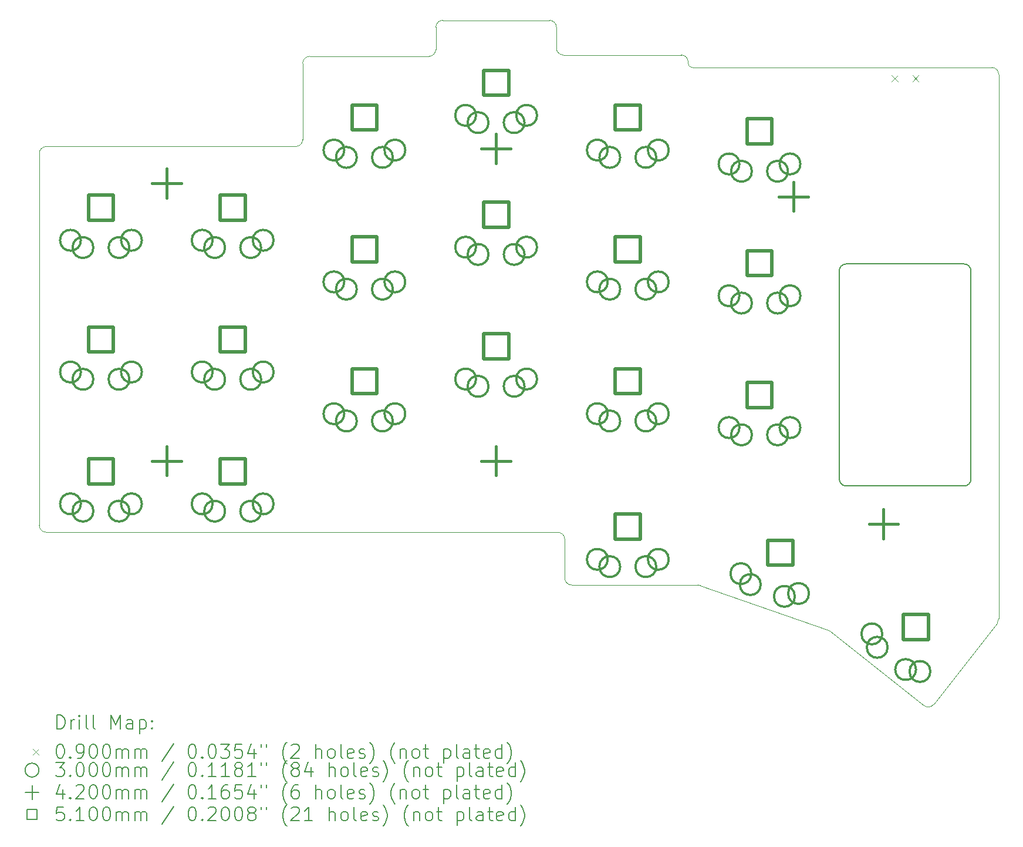
<source format=gbr>
%TF.GenerationSoftware,KiCad,Pcbnew,8.0.2-1*%
%TF.CreationDate,2024-09-12T16:14:08+03:00*%
%TF.ProjectId,pcb,7063622e-6b69-4636-9164-5f7063625858,rev?*%
%TF.SameCoordinates,Original*%
%TF.FileFunction,Drillmap*%
%TF.FilePolarity,Positive*%
%FSLAX45Y45*%
G04 Gerber Fmt 4.5, Leading zero omitted, Abs format (unit mm)*
G04 Created by KiCad (PCBNEW 8.0.2-1) date 2024-09-12 16:14:08*
%MOMM*%
%LPD*%
G01*
G04 APERTURE LIST*
%ADD10C,0.100000*%
%ADD11C,0.200000*%
%ADD12C,0.300000*%
%ADD13C,0.420000*%
%ADD14C,0.510000*%
G04 APERTURE END LIST*
D10*
X11360000Y-6569097D02*
G75*
G02*
X11260000Y-6669100I-100000J-3D01*
G01*
X21400000Y-13474665D02*
G75*
G02*
X21378805Y-13536232I-100000J-5D01*
G01*
X16980000Y-5529097D02*
G75*
G02*
X16920003Y-5469097I0J59997D01*
G01*
X15040000Y-12229097D02*
G75*
G02*
X15140003Y-12329097I0J-100003D01*
G01*
X7660000Y-12229097D02*
G75*
G02*
X7560003Y-12129097I0J99997D01*
G01*
X11360000Y-5469097D02*
G75*
G02*
X11460000Y-5369100I100000J-3D01*
G01*
X20461962Y-14709786D02*
G75*
G02*
X20321090Y-14726625I-78802J61566D01*
G01*
X18944191Y-13643547D02*
G75*
G02*
X18973137Y-13659496I-33121J-94353D01*
G01*
X15240000Y-12989097D02*
G75*
G02*
X15140003Y-12889097I0J99997D01*
G01*
X17062957Y-12989097D02*
G75*
G02*
X17096082Y-12994741I3J-100003D01*
G01*
X21300000Y-5529097D02*
G75*
G02*
X21400003Y-5629097I0J-100003D01*
G01*
X7560000Y-6769097D02*
G75*
G02*
X7660000Y-6669100I100000J-3D01*
G01*
X14920000Y-4849097D02*
G75*
G02*
X15020003Y-4949097I0J-100003D01*
G01*
X13280000Y-5269097D02*
G75*
G02*
X13180000Y-5369100I-100000J-3D01*
G01*
X13280000Y-4949097D02*
G75*
G02*
X13380000Y-4849100I100000J-3D01*
G01*
X16820000Y-5349097D02*
G75*
G02*
X16920003Y-5449097I0J-100003D01*
G01*
X15120000Y-5349097D02*
G75*
G02*
X15020003Y-5249097I0J99997D01*
G01*
X18973137Y-13659497D02*
X20321089Y-14726626D01*
X17096081Y-12994742D02*
X18944191Y-13643547D01*
X15240000Y-12989097D02*
X17062957Y-12989097D01*
X15140000Y-12329097D02*
X15140000Y-12889097D01*
X21378802Y-13536230D02*
X20461962Y-14709786D01*
X11240000Y-12229097D02*
X15040000Y-12229097D01*
X7660000Y-12229097D02*
X11240000Y-12229097D01*
X7560000Y-6769097D02*
X7560000Y-12129097D01*
X11260000Y-6669097D02*
X7660000Y-6669097D01*
X11360000Y-5469097D02*
X11360000Y-6569097D01*
X13180000Y-5369097D02*
X11460000Y-5369097D01*
X13280000Y-4949097D02*
X13280000Y-5269097D01*
X14920000Y-4849097D02*
X13380000Y-4849097D01*
X15020000Y-5249097D02*
X15020000Y-4949097D01*
X16820000Y-5349097D02*
X15120000Y-5349097D01*
X16920000Y-5469097D02*
X16920000Y-5449097D01*
X21300000Y-5529097D02*
X16980000Y-5529097D01*
X21400000Y-13474665D02*
X21400000Y-5629097D01*
D11*
X19100000Y-8461597D02*
G75*
G02*
X19200000Y-8361600I100000J-3D01*
G01*
X21000000Y-8461597D02*
X21000000Y-11461597D01*
X19200000Y-8361597D02*
X20900000Y-8361597D01*
X19200000Y-11561597D02*
G75*
G02*
X19100003Y-11461597I0J99997D01*
G01*
X20900000Y-8361597D02*
G75*
G02*
X21000003Y-8461597I0J-100003D01*
G01*
X19100000Y-11461597D02*
X19100000Y-8461597D01*
X20900000Y-11561597D02*
X19200000Y-11561597D01*
X21000000Y-11461597D02*
G75*
G02*
X20900000Y-11561600I-100000J-3D01*
G01*
D10*
X19855000Y-5643605D02*
X19945000Y-5733605D01*
X19945000Y-5643605D02*
X19855000Y-5733605D01*
X20155000Y-5643605D02*
X20245000Y-5733605D01*
X20245000Y-5643605D02*
X20155000Y-5733605D01*
D12*
X8160000Y-8020000D02*
G75*
G02*
X7860000Y-8020000I-150000J0D01*
G01*
X7860000Y-8020000D02*
G75*
G02*
X8160000Y-8020000I150000J0D01*
G01*
X8160000Y-9919097D02*
G75*
G02*
X7860000Y-9919097I-150000J0D01*
G01*
X7860000Y-9919097D02*
G75*
G02*
X8160000Y-9919097I150000J0D01*
G01*
X8160000Y-11819097D02*
G75*
G02*
X7860000Y-11819097I-150000J0D01*
G01*
X7860000Y-11819097D02*
G75*
G02*
X8160000Y-11819097I150000J0D01*
G01*
X8340000Y-8125000D02*
G75*
G02*
X8040000Y-8125000I-150000J0D01*
G01*
X8040000Y-8125000D02*
G75*
G02*
X8340000Y-8125000I150000J0D01*
G01*
X8340000Y-10024097D02*
G75*
G02*
X8040000Y-10024097I-150000J0D01*
G01*
X8040000Y-10024097D02*
G75*
G02*
X8340000Y-10024097I150000J0D01*
G01*
X8340000Y-11924097D02*
G75*
G02*
X8040000Y-11924097I-150000J0D01*
G01*
X8040000Y-11924097D02*
G75*
G02*
X8340000Y-11924097I150000J0D01*
G01*
X8860000Y-8125000D02*
G75*
G02*
X8560000Y-8125000I-150000J0D01*
G01*
X8560000Y-8125000D02*
G75*
G02*
X8860000Y-8125000I150000J0D01*
G01*
X8860000Y-10024097D02*
G75*
G02*
X8560000Y-10024097I-150000J0D01*
G01*
X8560000Y-10024097D02*
G75*
G02*
X8860000Y-10024097I150000J0D01*
G01*
X8860000Y-11924097D02*
G75*
G02*
X8560000Y-11924097I-150000J0D01*
G01*
X8560000Y-11924097D02*
G75*
G02*
X8860000Y-11924097I150000J0D01*
G01*
X9040000Y-8020000D02*
G75*
G02*
X8740000Y-8020000I-150000J0D01*
G01*
X8740000Y-8020000D02*
G75*
G02*
X9040000Y-8020000I150000J0D01*
G01*
X9040000Y-9919097D02*
G75*
G02*
X8740000Y-9919097I-150000J0D01*
G01*
X8740000Y-9919097D02*
G75*
G02*
X9040000Y-9919097I150000J0D01*
G01*
X9040000Y-11819097D02*
G75*
G02*
X8740000Y-11819097I-150000J0D01*
G01*
X8740000Y-11819097D02*
G75*
G02*
X9040000Y-11819097I150000J0D01*
G01*
X10060000Y-8020000D02*
G75*
G02*
X9760000Y-8020000I-150000J0D01*
G01*
X9760000Y-8020000D02*
G75*
G02*
X10060000Y-8020000I150000J0D01*
G01*
X10060000Y-9919097D02*
G75*
G02*
X9760000Y-9919097I-150000J0D01*
G01*
X9760000Y-9919097D02*
G75*
G02*
X10060000Y-9919097I150000J0D01*
G01*
X10060000Y-11820000D02*
G75*
G02*
X9760000Y-11820000I-150000J0D01*
G01*
X9760000Y-11820000D02*
G75*
G02*
X10060000Y-11820000I150000J0D01*
G01*
X10240000Y-8125000D02*
G75*
G02*
X9940000Y-8125000I-150000J0D01*
G01*
X9940000Y-8125000D02*
G75*
G02*
X10240000Y-8125000I150000J0D01*
G01*
X10240000Y-10024097D02*
G75*
G02*
X9940000Y-10024097I-150000J0D01*
G01*
X9940000Y-10024097D02*
G75*
G02*
X10240000Y-10024097I150000J0D01*
G01*
X10240000Y-11925000D02*
G75*
G02*
X9940000Y-11925000I-150000J0D01*
G01*
X9940000Y-11925000D02*
G75*
G02*
X10240000Y-11925000I150000J0D01*
G01*
X10760000Y-8125000D02*
G75*
G02*
X10460000Y-8125000I-150000J0D01*
G01*
X10460000Y-8125000D02*
G75*
G02*
X10760000Y-8125000I150000J0D01*
G01*
X10760000Y-10024097D02*
G75*
G02*
X10460000Y-10024097I-150000J0D01*
G01*
X10460000Y-10024097D02*
G75*
G02*
X10760000Y-10024097I150000J0D01*
G01*
X10760000Y-11925000D02*
G75*
G02*
X10460000Y-11925000I-150000J0D01*
G01*
X10460000Y-11925000D02*
G75*
G02*
X10760000Y-11925000I150000J0D01*
G01*
X10940000Y-8020000D02*
G75*
G02*
X10640000Y-8020000I-150000J0D01*
G01*
X10640000Y-8020000D02*
G75*
G02*
X10940000Y-8020000I150000J0D01*
G01*
X10940000Y-9919097D02*
G75*
G02*
X10640000Y-9919097I-150000J0D01*
G01*
X10640000Y-9919097D02*
G75*
G02*
X10940000Y-9919097I150000J0D01*
G01*
X10940000Y-11820000D02*
G75*
G02*
X10640000Y-11820000I-150000J0D01*
G01*
X10640000Y-11820000D02*
G75*
G02*
X10940000Y-11820000I150000J0D01*
G01*
X11960000Y-6720000D02*
G75*
G02*
X11660000Y-6720000I-150000J0D01*
G01*
X11660000Y-6720000D02*
G75*
G02*
X11960000Y-6720000I150000J0D01*
G01*
X11960000Y-8620000D02*
G75*
G02*
X11660000Y-8620000I-150000J0D01*
G01*
X11660000Y-8620000D02*
G75*
G02*
X11960000Y-8620000I150000J0D01*
G01*
X11960000Y-10520000D02*
G75*
G02*
X11660000Y-10520000I-150000J0D01*
G01*
X11660000Y-10520000D02*
G75*
G02*
X11960000Y-10520000I150000J0D01*
G01*
X12140000Y-6825000D02*
G75*
G02*
X11840000Y-6825000I-150000J0D01*
G01*
X11840000Y-6825000D02*
G75*
G02*
X12140000Y-6825000I150000J0D01*
G01*
X12140000Y-8725000D02*
G75*
G02*
X11840000Y-8725000I-150000J0D01*
G01*
X11840000Y-8725000D02*
G75*
G02*
X12140000Y-8725000I150000J0D01*
G01*
X12140000Y-10625000D02*
G75*
G02*
X11840000Y-10625000I-150000J0D01*
G01*
X11840000Y-10625000D02*
G75*
G02*
X12140000Y-10625000I150000J0D01*
G01*
X12660000Y-6825000D02*
G75*
G02*
X12360000Y-6825000I-150000J0D01*
G01*
X12360000Y-6825000D02*
G75*
G02*
X12660000Y-6825000I150000J0D01*
G01*
X12660000Y-8725000D02*
G75*
G02*
X12360000Y-8725000I-150000J0D01*
G01*
X12360000Y-8725000D02*
G75*
G02*
X12660000Y-8725000I150000J0D01*
G01*
X12660000Y-10625000D02*
G75*
G02*
X12360000Y-10625000I-150000J0D01*
G01*
X12360000Y-10625000D02*
G75*
G02*
X12660000Y-10625000I150000J0D01*
G01*
X12840000Y-6720000D02*
G75*
G02*
X12540000Y-6720000I-150000J0D01*
G01*
X12540000Y-6720000D02*
G75*
G02*
X12840000Y-6720000I150000J0D01*
G01*
X12840000Y-8620000D02*
G75*
G02*
X12540000Y-8620000I-150000J0D01*
G01*
X12540000Y-8620000D02*
G75*
G02*
X12840000Y-8620000I150000J0D01*
G01*
X12840000Y-10520000D02*
G75*
G02*
X12540000Y-10520000I-150000J0D01*
G01*
X12540000Y-10520000D02*
G75*
G02*
X12840000Y-10520000I150000J0D01*
G01*
X13860000Y-6219097D02*
G75*
G02*
X13560000Y-6219097I-150000J0D01*
G01*
X13560000Y-6219097D02*
G75*
G02*
X13860000Y-6219097I150000J0D01*
G01*
X13860000Y-8119097D02*
G75*
G02*
X13560000Y-8119097I-150000J0D01*
G01*
X13560000Y-8119097D02*
G75*
G02*
X13860000Y-8119097I150000J0D01*
G01*
X13860000Y-10020000D02*
G75*
G02*
X13560000Y-10020000I-150000J0D01*
G01*
X13560000Y-10020000D02*
G75*
G02*
X13860000Y-10020000I150000J0D01*
G01*
X14040000Y-6324097D02*
G75*
G02*
X13740000Y-6324097I-150000J0D01*
G01*
X13740000Y-6324097D02*
G75*
G02*
X14040000Y-6324097I150000J0D01*
G01*
X14040000Y-8224097D02*
G75*
G02*
X13740000Y-8224097I-150000J0D01*
G01*
X13740000Y-8224097D02*
G75*
G02*
X14040000Y-8224097I150000J0D01*
G01*
X14040000Y-10125000D02*
G75*
G02*
X13740000Y-10125000I-150000J0D01*
G01*
X13740000Y-10125000D02*
G75*
G02*
X14040000Y-10125000I150000J0D01*
G01*
X14560000Y-6324097D02*
G75*
G02*
X14260000Y-6324097I-150000J0D01*
G01*
X14260000Y-6324097D02*
G75*
G02*
X14560000Y-6324097I150000J0D01*
G01*
X14560000Y-8224097D02*
G75*
G02*
X14260000Y-8224097I-150000J0D01*
G01*
X14260000Y-8224097D02*
G75*
G02*
X14560000Y-8224097I150000J0D01*
G01*
X14560000Y-10125000D02*
G75*
G02*
X14260000Y-10125000I-150000J0D01*
G01*
X14260000Y-10125000D02*
G75*
G02*
X14560000Y-10125000I150000J0D01*
G01*
X14740000Y-6219097D02*
G75*
G02*
X14440000Y-6219097I-150000J0D01*
G01*
X14440000Y-6219097D02*
G75*
G02*
X14740000Y-6219097I150000J0D01*
G01*
X14740000Y-8119097D02*
G75*
G02*
X14440000Y-8119097I-150000J0D01*
G01*
X14440000Y-8119097D02*
G75*
G02*
X14740000Y-8119097I150000J0D01*
G01*
X14740000Y-10020000D02*
G75*
G02*
X14440000Y-10020000I-150000J0D01*
G01*
X14440000Y-10020000D02*
G75*
G02*
X14740000Y-10020000I150000J0D01*
G01*
X15760000Y-6720000D02*
G75*
G02*
X15460000Y-6720000I-150000J0D01*
G01*
X15460000Y-6720000D02*
G75*
G02*
X15760000Y-6720000I150000J0D01*
G01*
X15760000Y-8620000D02*
G75*
G02*
X15460000Y-8620000I-150000J0D01*
G01*
X15460000Y-8620000D02*
G75*
G02*
X15760000Y-8620000I150000J0D01*
G01*
X15760000Y-10520000D02*
G75*
G02*
X15460000Y-10520000I-150000J0D01*
G01*
X15460000Y-10520000D02*
G75*
G02*
X15760000Y-10520000I150000J0D01*
G01*
X15760000Y-12619097D02*
G75*
G02*
X15460000Y-12619097I-150000J0D01*
G01*
X15460000Y-12619097D02*
G75*
G02*
X15760000Y-12619097I150000J0D01*
G01*
X15940000Y-6825000D02*
G75*
G02*
X15640000Y-6825000I-150000J0D01*
G01*
X15640000Y-6825000D02*
G75*
G02*
X15940000Y-6825000I150000J0D01*
G01*
X15940000Y-8725000D02*
G75*
G02*
X15640000Y-8725000I-150000J0D01*
G01*
X15640000Y-8725000D02*
G75*
G02*
X15940000Y-8725000I150000J0D01*
G01*
X15940000Y-10625000D02*
G75*
G02*
X15640000Y-10625000I-150000J0D01*
G01*
X15640000Y-10625000D02*
G75*
G02*
X15940000Y-10625000I150000J0D01*
G01*
X15940000Y-12724097D02*
G75*
G02*
X15640000Y-12724097I-150000J0D01*
G01*
X15640000Y-12724097D02*
G75*
G02*
X15940000Y-12724097I150000J0D01*
G01*
X16460000Y-6825000D02*
G75*
G02*
X16160000Y-6825000I-150000J0D01*
G01*
X16160000Y-6825000D02*
G75*
G02*
X16460000Y-6825000I150000J0D01*
G01*
X16460000Y-8725000D02*
G75*
G02*
X16160000Y-8725000I-150000J0D01*
G01*
X16160000Y-8725000D02*
G75*
G02*
X16460000Y-8725000I150000J0D01*
G01*
X16460000Y-10625000D02*
G75*
G02*
X16160000Y-10625000I-150000J0D01*
G01*
X16160000Y-10625000D02*
G75*
G02*
X16460000Y-10625000I150000J0D01*
G01*
X16460000Y-12724097D02*
G75*
G02*
X16160000Y-12724097I-150000J0D01*
G01*
X16160000Y-12724097D02*
G75*
G02*
X16460000Y-12724097I150000J0D01*
G01*
X16640000Y-6720000D02*
G75*
G02*
X16340000Y-6720000I-150000J0D01*
G01*
X16340000Y-6720000D02*
G75*
G02*
X16640000Y-6720000I150000J0D01*
G01*
X16640000Y-8620000D02*
G75*
G02*
X16340000Y-8620000I-150000J0D01*
G01*
X16340000Y-8620000D02*
G75*
G02*
X16640000Y-8620000I150000J0D01*
G01*
X16640000Y-10520000D02*
G75*
G02*
X16340000Y-10520000I-150000J0D01*
G01*
X16340000Y-10520000D02*
G75*
G02*
X16640000Y-10520000I150000J0D01*
G01*
X16640000Y-12619097D02*
G75*
G02*
X16340000Y-12619097I-150000J0D01*
G01*
X16340000Y-12619097D02*
G75*
G02*
X16640000Y-12619097I150000J0D01*
G01*
X17660000Y-6920000D02*
G75*
G02*
X17360000Y-6920000I-150000J0D01*
G01*
X17360000Y-6920000D02*
G75*
G02*
X17660000Y-6920000I150000J0D01*
G01*
X17660000Y-8820000D02*
G75*
G02*
X17360000Y-8820000I-150000J0D01*
G01*
X17360000Y-8820000D02*
G75*
G02*
X17660000Y-8820000I150000J0D01*
G01*
X17660000Y-10720000D02*
G75*
G02*
X17360000Y-10720000I-150000J0D01*
G01*
X17360000Y-10720000D02*
G75*
G02*
X17660000Y-10720000I150000J0D01*
G01*
X17830955Y-12825241D02*
G75*
G02*
X17530955Y-12825241I-150000J0D01*
G01*
X17530955Y-12825241D02*
G75*
G02*
X17830955Y-12825241I150000J0D01*
G01*
X17840000Y-7025000D02*
G75*
G02*
X17540000Y-7025000I-150000J0D01*
G01*
X17540000Y-7025000D02*
G75*
G02*
X17840000Y-7025000I150000J0D01*
G01*
X17840000Y-8925000D02*
G75*
G02*
X17540000Y-8925000I-150000J0D01*
G01*
X17540000Y-8925000D02*
G75*
G02*
X17840000Y-8925000I150000J0D01*
G01*
X17840000Y-10825000D02*
G75*
G02*
X17540000Y-10825000I-150000J0D01*
G01*
X17540000Y-10825000D02*
G75*
G02*
X17840000Y-10825000I150000J0D01*
G01*
X17966963Y-12983122D02*
G75*
G02*
X17666963Y-12983122I-150000J0D01*
G01*
X17666963Y-12983122D02*
G75*
G02*
X17966963Y-12983122I150000J0D01*
G01*
X18360000Y-7025000D02*
G75*
G02*
X18060000Y-7025000I-150000J0D01*
G01*
X18060000Y-7025000D02*
G75*
G02*
X18360000Y-7025000I150000J0D01*
G01*
X18360000Y-8925000D02*
G75*
G02*
X18060000Y-8925000I-150000J0D01*
G01*
X18060000Y-8925000D02*
G75*
G02*
X18360000Y-8925000I150000J0D01*
G01*
X18360000Y-10825000D02*
G75*
G02*
X18060000Y-10825000I-150000J0D01*
G01*
X18060000Y-10825000D02*
G75*
G02*
X18360000Y-10825000I150000J0D01*
G01*
X18458633Y-13152418D02*
G75*
G02*
X18158633Y-13152418I-150000J0D01*
G01*
X18158633Y-13152418D02*
G75*
G02*
X18458633Y-13152418I150000J0D01*
G01*
X18540000Y-6920000D02*
G75*
G02*
X18240000Y-6920000I-150000J0D01*
G01*
X18240000Y-6920000D02*
G75*
G02*
X18540000Y-6920000I150000J0D01*
G01*
X18540000Y-8820000D02*
G75*
G02*
X18240000Y-8820000I-150000J0D01*
G01*
X18240000Y-8820000D02*
G75*
G02*
X18540000Y-8820000I150000J0D01*
G01*
X18540000Y-10720000D02*
G75*
G02*
X18240000Y-10720000I-150000J0D01*
G01*
X18240000Y-10720000D02*
G75*
G02*
X18540000Y-10720000I150000J0D01*
G01*
X18663011Y-13111741D02*
G75*
G02*
X18363011Y-13111741I-150000J0D01*
G01*
X18363011Y-13111741D02*
G75*
G02*
X18663011Y-13111741I150000J0D01*
G01*
X19720628Y-13693670D02*
G75*
G02*
X19420628Y-13693670I-150000J0D01*
G01*
X19420628Y-13693670D02*
G75*
G02*
X19720628Y-13693670I150000J0D01*
G01*
X19797826Y-13887230D02*
G75*
G02*
X19497826Y-13887230I-150000J0D01*
G01*
X19497826Y-13887230D02*
G75*
G02*
X19797826Y-13887230I150000J0D01*
G01*
X20207591Y-14207374D02*
G75*
G02*
X19907591Y-14207374I-150000J0D01*
G01*
X19907591Y-14207374D02*
G75*
G02*
X20207591Y-14207374I150000J0D01*
G01*
X20414078Y-14235452D02*
G75*
G02*
X20114078Y-14235452I-150000J0D01*
G01*
X20114078Y-14235452D02*
G75*
G02*
X20414078Y-14235452I150000J0D01*
G01*
D13*
X9400000Y-6990000D02*
X9400000Y-7410000D01*
X9190000Y-7200000D02*
X9610000Y-7200000D01*
X9400000Y-10990000D02*
X9400000Y-11410000D01*
X9190000Y-11200000D02*
X9610000Y-11200000D01*
X14150000Y-6490000D02*
X14150000Y-6910000D01*
X13940000Y-6700000D02*
X14360000Y-6700000D01*
X14150000Y-10990000D02*
X14150000Y-11410000D01*
X13940000Y-11200000D02*
X14360000Y-11200000D01*
X18440000Y-7179097D02*
X18440000Y-7599097D01*
X18230000Y-7389097D02*
X18650000Y-7389097D01*
X19740000Y-11899097D02*
X19740000Y-12319097D01*
X19530000Y-12109097D02*
X19950000Y-12109097D01*
D14*
X8630314Y-7730314D02*
X8630314Y-7369686D01*
X8269686Y-7369686D01*
X8269686Y-7730314D01*
X8630314Y-7730314D01*
X8630314Y-9629411D02*
X8630314Y-9268783D01*
X8269686Y-9268783D01*
X8269686Y-9629411D01*
X8630314Y-9629411D01*
X8630314Y-11529411D02*
X8630314Y-11168783D01*
X8269686Y-11168783D01*
X8269686Y-11529411D01*
X8630314Y-11529411D01*
X10530314Y-7730314D02*
X10530314Y-7369686D01*
X10169686Y-7369686D01*
X10169686Y-7730314D01*
X10530314Y-7730314D01*
X10530314Y-9629411D02*
X10530314Y-9268783D01*
X10169686Y-9268783D01*
X10169686Y-9629411D01*
X10530314Y-9629411D01*
X10530314Y-11530314D02*
X10530314Y-11169686D01*
X10169686Y-11169686D01*
X10169686Y-11530314D01*
X10530314Y-11530314D01*
X12430314Y-6430314D02*
X12430314Y-6069686D01*
X12069686Y-6069686D01*
X12069686Y-6430314D01*
X12430314Y-6430314D01*
X12430314Y-8330314D02*
X12430314Y-7969686D01*
X12069686Y-7969686D01*
X12069686Y-8330314D01*
X12430314Y-8330314D01*
X12430314Y-10230314D02*
X12430314Y-9869686D01*
X12069686Y-9869686D01*
X12069686Y-10230314D01*
X12430314Y-10230314D01*
X14330314Y-5929411D02*
X14330314Y-5568783D01*
X13969686Y-5568783D01*
X13969686Y-5929411D01*
X14330314Y-5929411D01*
X14330314Y-7829411D02*
X14330314Y-7468783D01*
X13969686Y-7468783D01*
X13969686Y-7829411D01*
X14330314Y-7829411D01*
X14330314Y-9730314D02*
X14330314Y-9369686D01*
X13969686Y-9369686D01*
X13969686Y-9730314D01*
X14330314Y-9730314D01*
X16230314Y-6430314D02*
X16230314Y-6069686D01*
X15869686Y-6069686D01*
X15869686Y-6430314D01*
X16230314Y-6430314D01*
X16230314Y-8330314D02*
X16230314Y-7969686D01*
X15869686Y-7969686D01*
X15869686Y-8330314D01*
X16230314Y-8330314D01*
X16230314Y-10230314D02*
X16230314Y-9869686D01*
X15869686Y-9869686D01*
X15869686Y-10230314D01*
X16230314Y-10230314D01*
X16230314Y-12329411D02*
X16230314Y-11968783D01*
X15869686Y-11968783D01*
X15869686Y-12329411D01*
X16230314Y-12329411D01*
X18130314Y-6630314D02*
X18130314Y-6269686D01*
X17769686Y-6269686D01*
X17769686Y-6630314D01*
X18130314Y-6630314D01*
X18130314Y-8530314D02*
X18130314Y-8169686D01*
X17769686Y-8169686D01*
X17769686Y-8530314D01*
X18130314Y-8530314D01*
X18130314Y-10430314D02*
X18130314Y-10069686D01*
X17769686Y-10069686D01*
X17769686Y-10430314D01*
X18130314Y-10430314D01*
X18430314Y-12704411D02*
X18430314Y-12343783D01*
X18069686Y-12343783D01*
X18069686Y-12704411D01*
X18430314Y-12704411D01*
X20387028Y-13774510D02*
X20387028Y-13413882D01*
X20026400Y-13413882D01*
X20026400Y-13774510D01*
X20387028Y-13774510D01*
D11*
X7815777Y-15064704D02*
X7815777Y-14864704D01*
X7815777Y-14864704D02*
X7863396Y-14864704D01*
X7863396Y-14864704D02*
X7891967Y-14874228D01*
X7891967Y-14874228D02*
X7911015Y-14893276D01*
X7911015Y-14893276D02*
X7920539Y-14912323D01*
X7920539Y-14912323D02*
X7930062Y-14950418D01*
X7930062Y-14950418D02*
X7930062Y-14978990D01*
X7930062Y-14978990D02*
X7920539Y-15017085D01*
X7920539Y-15017085D02*
X7911015Y-15036133D01*
X7911015Y-15036133D02*
X7891967Y-15055180D01*
X7891967Y-15055180D02*
X7863396Y-15064704D01*
X7863396Y-15064704D02*
X7815777Y-15064704D01*
X8015777Y-15064704D02*
X8015777Y-14931371D01*
X8015777Y-14969466D02*
X8025301Y-14950418D01*
X8025301Y-14950418D02*
X8034824Y-14940895D01*
X8034824Y-14940895D02*
X8053872Y-14931371D01*
X8053872Y-14931371D02*
X8072920Y-14931371D01*
X8139586Y-15064704D02*
X8139586Y-14931371D01*
X8139586Y-14864704D02*
X8130062Y-14874228D01*
X8130062Y-14874228D02*
X8139586Y-14883752D01*
X8139586Y-14883752D02*
X8149110Y-14874228D01*
X8149110Y-14874228D02*
X8139586Y-14864704D01*
X8139586Y-14864704D02*
X8139586Y-14883752D01*
X8263396Y-15064704D02*
X8244348Y-15055180D01*
X8244348Y-15055180D02*
X8234824Y-15036133D01*
X8234824Y-15036133D02*
X8234824Y-14864704D01*
X8368158Y-15064704D02*
X8349110Y-15055180D01*
X8349110Y-15055180D02*
X8339586Y-15036133D01*
X8339586Y-15036133D02*
X8339586Y-14864704D01*
X8596729Y-15064704D02*
X8596729Y-14864704D01*
X8596729Y-14864704D02*
X8663396Y-15007561D01*
X8663396Y-15007561D02*
X8730063Y-14864704D01*
X8730063Y-14864704D02*
X8730063Y-15064704D01*
X8911015Y-15064704D02*
X8911015Y-14959942D01*
X8911015Y-14959942D02*
X8901491Y-14940895D01*
X8901491Y-14940895D02*
X8882444Y-14931371D01*
X8882444Y-14931371D02*
X8844348Y-14931371D01*
X8844348Y-14931371D02*
X8825301Y-14940895D01*
X8911015Y-15055180D02*
X8891967Y-15064704D01*
X8891967Y-15064704D02*
X8844348Y-15064704D01*
X8844348Y-15064704D02*
X8825301Y-15055180D01*
X8825301Y-15055180D02*
X8815777Y-15036133D01*
X8815777Y-15036133D02*
X8815777Y-15017085D01*
X8815777Y-15017085D02*
X8825301Y-14998037D01*
X8825301Y-14998037D02*
X8844348Y-14988514D01*
X8844348Y-14988514D02*
X8891967Y-14988514D01*
X8891967Y-14988514D02*
X8911015Y-14978990D01*
X9006253Y-14931371D02*
X9006253Y-15131371D01*
X9006253Y-14940895D02*
X9025301Y-14931371D01*
X9025301Y-14931371D02*
X9063396Y-14931371D01*
X9063396Y-14931371D02*
X9082444Y-14940895D01*
X9082444Y-14940895D02*
X9091967Y-14950418D01*
X9091967Y-14950418D02*
X9101491Y-14969466D01*
X9101491Y-14969466D02*
X9101491Y-15026609D01*
X9101491Y-15026609D02*
X9091967Y-15045656D01*
X9091967Y-15045656D02*
X9082444Y-15055180D01*
X9082444Y-15055180D02*
X9063396Y-15064704D01*
X9063396Y-15064704D02*
X9025301Y-15064704D01*
X9025301Y-15064704D02*
X9006253Y-15055180D01*
X9187205Y-15045656D02*
X9196729Y-15055180D01*
X9196729Y-15055180D02*
X9187205Y-15064704D01*
X9187205Y-15064704D02*
X9177682Y-15055180D01*
X9177682Y-15055180D02*
X9187205Y-15045656D01*
X9187205Y-15045656D02*
X9187205Y-15064704D01*
X9187205Y-14940895D02*
X9196729Y-14950418D01*
X9196729Y-14950418D02*
X9187205Y-14959942D01*
X9187205Y-14959942D02*
X9177682Y-14950418D01*
X9177682Y-14950418D02*
X9187205Y-14940895D01*
X9187205Y-14940895D02*
X9187205Y-14959942D01*
D10*
X7465000Y-15348220D02*
X7555000Y-15438220D01*
X7555000Y-15348220D02*
X7465000Y-15438220D01*
D11*
X7853872Y-15284704D02*
X7872920Y-15284704D01*
X7872920Y-15284704D02*
X7891967Y-15294228D01*
X7891967Y-15294228D02*
X7901491Y-15303752D01*
X7901491Y-15303752D02*
X7911015Y-15322799D01*
X7911015Y-15322799D02*
X7920539Y-15360895D01*
X7920539Y-15360895D02*
X7920539Y-15408514D01*
X7920539Y-15408514D02*
X7911015Y-15446609D01*
X7911015Y-15446609D02*
X7901491Y-15465656D01*
X7901491Y-15465656D02*
X7891967Y-15475180D01*
X7891967Y-15475180D02*
X7872920Y-15484704D01*
X7872920Y-15484704D02*
X7853872Y-15484704D01*
X7853872Y-15484704D02*
X7834824Y-15475180D01*
X7834824Y-15475180D02*
X7825301Y-15465656D01*
X7825301Y-15465656D02*
X7815777Y-15446609D01*
X7815777Y-15446609D02*
X7806253Y-15408514D01*
X7806253Y-15408514D02*
X7806253Y-15360895D01*
X7806253Y-15360895D02*
X7815777Y-15322799D01*
X7815777Y-15322799D02*
X7825301Y-15303752D01*
X7825301Y-15303752D02*
X7834824Y-15294228D01*
X7834824Y-15294228D02*
X7853872Y-15284704D01*
X8006253Y-15465656D02*
X8015777Y-15475180D01*
X8015777Y-15475180D02*
X8006253Y-15484704D01*
X8006253Y-15484704D02*
X7996729Y-15475180D01*
X7996729Y-15475180D02*
X8006253Y-15465656D01*
X8006253Y-15465656D02*
X8006253Y-15484704D01*
X8111015Y-15484704D02*
X8149110Y-15484704D01*
X8149110Y-15484704D02*
X8168158Y-15475180D01*
X8168158Y-15475180D02*
X8177682Y-15465656D01*
X8177682Y-15465656D02*
X8196729Y-15437085D01*
X8196729Y-15437085D02*
X8206253Y-15398990D01*
X8206253Y-15398990D02*
X8206253Y-15322799D01*
X8206253Y-15322799D02*
X8196729Y-15303752D01*
X8196729Y-15303752D02*
X8187205Y-15294228D01*
X8187205Y-15294228D02*
X8168158Y-15284704D01*
X8168158Y-15284704D02*
X8130062Y-15284704D01*
X8130062Y-15284704D02*
X8111015Y-15294228D01*
X8111015Y-15294228D02*
X8101491Y-15303752D01*
X8101491Y-15303752D02*
X8091967Y-15322799D01*
X8091967Y-15322799D02*
X8091967Y-15370418D01*
X8091967Y-15370418D02*
X8101491Y-15389466D01*
X8101491Y-15389466D02*
X8111015Y-15398990D01*
X8111015Y-15398990D02*
X8130062Y-15408514D01*
X8130062Y-15408514D02*
X8168158Y-15408514D01*
X8168158Y-15408514D02*
X8187205Y-15398990D01*
X8187205Y-15398990D02*
X8196729Y-15389466D01*
X8196729Y-15389466D02*
X8206253Y-15370418D01*
X8330062Y-15284704D02*
X8349110Y-15284704D01*
X8349110Y-15284704D02*
X8368158Y-15294228D01*
X8368158Y-15294228D02*
X8377682Y-15303752D01*
X8377682Y-15303752D02*
X8387205Y-15322799D01*
X8387205Y-15322799D02*
X8396729Y-15360895D01*
X8396729Y-15360895D02*
X8396729Y-15408514D01*
X8396729Y-15408514D02*
X8387205Y-15446609D01*
X8387205Y-15446609D02*
X8377682Y-15465656D01*
X8377682Y-15465656D02*
X8368158Y-15475180D01*
X8368158Y-15475180D02*
X8349110Y-15484704D01*
X8349110Y-15484704D02*
X8330062Y-15484704D01*
X8330062Y-15484704D02*
X8311015Y-15475180D01*
X8311015Y-15475180D02*
X8301491Y-15465656D01*
X8301491Y-15465656D02*
X8291967Y-15446609D01*
X8291967Y-15446609D02*
X8282443Y-15408514D01*
X8282443Y-15408514D02*
X8282443Y-15360895D01*
X8282443Y-15360895D02*
X8291967Y-15322799D01*
X8291967Y-15322799D02*
X8301491Y-15303752D01*
X8301491Y-15303752D02*
X8311015Y-15294228D01*
X8311015Y-15294228D02*
X8330062Y-15284704D01*
X8520539Y-15284704D02*
X8539586Y-15284704D01*
X8539586Y-15284704D02*
X8558634Y-15294228D01*
X8558634Y-15294228D02*
X8568158Y-15303752D01*
X8568158Y-15303752D02*
X8577682Y-15322799D01*
X8577682Y-15322799D02*
X8587205Y-15360895D01*
X8587205Y-15360895D02*
X8587205Y-15408514D01*
X8587205Y-15408514D02*
X8577682Y-15446609D01*
X8577682Y-15446609D02*
X8568158Y-15465656D01*
X8568158Y-15465656D02*
X8558634Y-15475180D01*
X8558634Y-15475180D02*
X8539586Y-15484704D01*
X8539586Y-15484704D02*
X8520539Y-15484704D01*
X8520539Y-15484704D02*
X8501491Y-15475180D01*
X8501491Y-15475180D02*
X8491967Y-15465656D01*
X8491967Y-15465656D02*
X8482444Y-15446609D01*
X8482444Y-15446609D02*
X8472920Y-15408514D01*
X8472920Y-15408514D02*
X8472920Y-15360895D01*
X8472920Y-15360895D02*
X8482444Y-15322799D01*
X8482444Y-15322799D02*
X8491967Y-15303752D01*
X8491967Y-15303752D02*
X8501491Y-15294228D01*
X8501491Y-15294228D02*
X8520539Y-15284704D01*
X8672920Y-15484704D02*
X8672920Y-15351371D01*
X8672920Y-15370418D02*
X8682444Y-15360895D01*
X8682444Y-15360895D02*
X8701491Y-15351371D01*
X8701491Y-15351371D02*
X8730063Y-15351371D01*
X8730063Y-15351371D02*
X8749110Y-15360895D01*
X8749110Y-15360895D02*
X8758634Y-15379942D01*
X8758634Y-15379942D02*
X8758634Y-15484704D01*
X8758634Y-15379942D02*
X8768158Y-15360895D01*
X8768158Y-15360895D02*
X8787205Y-15351371D01*
X8787205Y-15351371D02*
X8815777Y-15351371D01*
X8815777Y-15351371D02*
X8834825Y-15360895D01*
X8834825Y-15360895D02*
X8844348Y-15379942D01*
X8844348Y-15379942D02*
X8844348Y-15484704D01*
X8939586Y-15484704D02*
X8939586Y-15351371D01*
X8939586Y-15370418D02*
X8949110Y-15360895D01*
X8949110Y-15360895D02*
X8968158Y-15351371D01*
X8968158Y-15351371D02*
X8996729Y-15351371D01*
X8996729Y-15351371D02*
X9015777Y-15360895D01*
X9015777Y-15360895D02*
X9025301Y-15379942D01*
X9025301Y-15379942D02*
X9025301Y-15484704D01*
X9025301Y-15379942D02*
X9034825Y-15360895D01*
X9034825Y-15360895D02*
X9053872Y-15351371D01*
X9053872Y-15351371D02*
X9082444Y-15351371D01*
X9082444Y-15351371D02*
X9101491Y-15360895D01*
X9101491Y-15360895D02*
X9111015Y-15379942D01*
X9111015Y-15379942D02*
X9111015Y-15484704D01*
X9501491Y-15275180D02*
X9330063Y-15532323D01*
X9758634Y-15284704D02*
X9777682Y-15284704D01*
X9777682Y-15284704D02*
X9796729Y-15294228D01*
X9796729Y-15294228D02*
X9806253Y-15303752D01*
X9806253Y-15303752D02*
X9815777Y-15322799D01*
X9815777Y-15322799D02*
X9825301Y-15360895D01*
X9825301Y-15360895D02*
X9825301Y-15408514D01*
X9825301Y-15408514D02*
X9815777Y-15446609D01*
X9815777Y-15446609D02*
X9806253Y-15465656D01*
X9806253Y-15465656D02*
X9796729Y-15475180D01*
X9796729Y-15475180D02*
X9777682Y-15484704D01*
X9777682Y-15484704D02*
X9758634Y-15484704D01*
X9758634Y-15484704D02*
X9739587Y-15475180D01*
X9739587Y-15475180D02*
X9730063Y-15465656D01*
X9730063Y-15465656D02*
X9720539Y-15446609D01*
X9720539Y-15446609D02*
X9711015Y-15408514D01*
X9711015Y-15408514D02*
X9711015Y-15360895D01*
X9711015Y-15360895D02*
X9720539Y-15322799D01*
X9720539Y-15322799D02*
X9730063Y-15303752D01*
X9730063Y-15303752D02*
X9739587Y-15294228D01*
X9739587Y-15294228D02*
X9758634Y-15284704D01*
X9911015Y-15465656D02*
X9920539Y-15475180D01*
X9920539Y-15475180D02*
X9911015Y-15484704D01*
X9911015Y-15484704D02*
X9901491Y-15475180D01*
X9901491Y-15475180D02*
X9911015Y-15465656D01*
X9911015Y-15465656D02*
X9911015Y-15484704D01*
X10044348Y-15284704D02*
X10063396Y-15284704D01*
X10063396Y-15284704D02*
X10082444Y-15294228D01*
X10082444Y-15294228D02*
X10091968Y-15303752D01*
X10091968Y-15303752D02*
X10101491Y-15322799D01*
X10101491Y-15322799D02*
X10111015Y-15360895D01*
X10111015Y-15360895D02*
X10111015Y-15408514D01*
X10111015Y-15408514D02*
X10101491Y-15446609D01*
X10101491Y-15446609D02*
X10091968Y-15465656D01*
X10091968Y-15465656D02*
X10082444Y-15475180D01*
X10082444Y-15475180D02*
X10063396Y-15484704D01*
X10063396Y-15484704D02*
X10044348Y-15484704D01*
X10044348Y-15484704D02*
X10025301Y-15475180D01*
X10025301Y-15475180D02*
X10015777Y-15465656D01*
X10015777Y-15465656D02*
X10006253Y-15446609D01*
X10006253Y-15446609D02*
X9996729Y-15408514D01*
X9996729Y-15408514D02*
X9996729Y-15360895D01*
X9996729Y-15360895D02*
X10006253Y-15322799D01*
X10006253Y-15322799D02*
X10015777Y-15303752D01*
X10015777Y-15303752D02*
X10025301Y-15294228D01*
X10025301Y-15294228D02*
X10044348Y-15284704D01*
X10177682Y-15284704D02*
X10301491Y-15284704D01*
X10301491Y-15284704D02*
X10234825Y-15360895D01*
X10234825Y-15360895D02*
X10263396Y-15360895D01*
X10263396Y-15360895D02*
X10282444Y-15370418D01*
X10282444Y-15370418D02*
X10291968Y-15379942D01*
X10291968Y-15379942D02*
X10301491Y-15398990D01*
X10301491Y-15398990D02*
X10301491Y-15446609D01*
X10301491Y-15446609D02*
X10291968Y-15465656D01*
X10291968Y-15465656D02*
X10282444Y-15475180D01*
X10282444Y-15475180D02*
X10263396Y-15484704D01*
X10263396Y-15484704D02*
X10206253Y-15484704D01*
X10206253Y-15484704D02*
X10187206Y-15475180D01*
X10187206Y-15475180D02*
X10177682Y-15465656D01*
X10482444Y-15284704D02*
X10387206Y-15284704D01*
X10387206Y-15284704D02*
X10377682Y-15379942D01*
X10377682Y-15379942D02*
X10387206Y-15370418D01*
X10387206Y-15370418D02*
X10406253Y-15360895D01*
X10406253Y-15360895D02*
X10453872Y-15360895D01*
X10453872Y-15360895D02*
X10472920Y-15370418D01*
X10472920Y-15370418D02*
X10482444Y-15379942D01*
X10482444Y-15379942D02*
X10491968Y-15398990D01*
X10491968Y-15398990D02*
X10491968Y-15446609D01*
X10491968Y-15446609D02*
X10482444Y-15465656D01*
X10482444Y-15465656D02*
X10472920Y-15475180D01*
X10472920Y-15475180D02*
X10453872Y-15484704D01*
X10453872Y-15484704D02*
X10406253Y-15484704D01*
X10406253Y-15484704D02*
X10387206Y-15475180D01*
X10387206Y-15475180D02*
X10377682Y-15465656D01*
X10663396Y-15351371D02*
X10663396Y-15484704D01*
X10615777Y-15275180D02*
X10568158Y-15418037D01*
X10568158Y-15418037D02*
X10691968Y-15418037D01*
X10758634Y-15284704D02*
X10758634Y-15322799D01*
X10834825Y-15284704D02*
X10834825Y-15322799D01*
X11130063Y-15560895D02*
X11120539Y-15551371D01*
X11120539Y-15551371D02*
X11101491Y-15522799D01*
X11101491Y-15522799D02*
X11091968Y-15503752D01*
X11091968Y-15503752D02*
X11082444Y-15475180D01*
X11082444Y-15475180D02*
X11072920Y-15427561D01*
X11072920Y-15427561D02*
X11072920Y-15389466D01*
X11072920Y-15389466D02*
X11082444Y-15341847D01*
X11082444Y-15341847D02*
X11091968Y-15313276D01*
X11091968Y-15313276D02*
X11101491Y-15294228D01*
X11101491Y-15294228D02*
X11120539Y-15265656D01*
X11120539Y-15265656D02*
X11130063Y-15256133D01*
X11196729Y-15303752D02*
X11206253Y-15294228D01*
X11206253Y-15294228D02*
X11225301Y-15284704D01*
X11225301Y-15284704D02*
X11272920Y-15284704D01*
X11272920Y-15284704D02*
X11291968Y-15294228D01*
X11291968Y-15294228D02*
X11301491Y-15303752D01*
X11301491Y-15303752D02*
X11311015Y-15322799D01*
X11311015Y-15322799D02*
X11311015Y-15341847D01*
X11311015Y-15341847D02*
X11301491Y-15370418D01*
X11301491Y-15370418D02*
X11187206Y-15484704D01*
X11187206Y-15484704D02*
X11311015Y-15484704D01*
X11549110Y-15484704D02*
X11549110Y-15284704D01*
X11634825Y-15484704D02*
X11634825Y-15379942D01*
X11634825Y-15379942D02*
X11625301Y-15360895D01*
X11625301Y-15360895D02*
X11606253Y-15351371D01*
X11606253Y-15351371D02*
X11577682Y-15351371D01*
X11577682Y-15351371D02*
X11558634Y-15360895D01*
X11558634Y-15360895D02*
X11549110Y-15370418D01*
X11758634Y-15484704D02*
X11739587Y-15475180D01*
X11739587Y-15475180D02*
X11730063Y-15465656D01*
X11730063Y-15465656D02*
X11720539Y-15446609D01*
X11720539Y-15446609D02*
X11720539Y-15389466D01*
X11720539Y-15389466D02*
X11730063Y-15370418D01*
X11730063Y-15370418D02*
X11739587Y-15360895D01*
X11739587Y-15360895D02*
X11758634Y-15351371D01*
X11758634Y-15351371D02*
X11787206Y-15351371D01*
X11787206Y-15351371D02*
X11806253Y-15360895D01*
X11806253Y-15360895D02*
X11815777Y-15370418D01*
X11815777Y-15370418D02*
X11825301Y-15389466D01*
X11825301Y-15389466D02*
X11825301Y-15446609D01*
X11825301Y-15446609D02*
X11815777Y-15465656D01*
X11815777Y-15465656D02*
X11806253Y-15475180D01*
X11806253Y-15475180D02*
X11787206Y-15484704D01*
X11787206Y-15484704D02*
X11758634Y-15484704D01*
X11939587Y-15484704D02*
X11920539Y-15475180D01*
X11920539Y-15475180D02*
X11911015Y-15456133D01*
X11911015Y-15456133D02*
X11911015Y-15284704D01*
X12091968Y-15475180D02*
X12072920Y-15484704D01*
X12072920Y-15484704D02*
X12034825Y-15484704D01*
X12034825Y-15484704D02*
X12015777Y-15475180D01*
X12015777Y-15475180D02*
X12006253Y-15456133D01*
X12006253Y-15456133D02*
X12006253Y-15379942D01*
X12006253Y-15379942D02*
X12015777Y-15360895D01*
X12015777Y-15360895D02*
X12034825Y-15351371D01*
X12034825Y-15351371D02*
X12072920Y-15351371D01*
X12072920Y-15351371D02*
X12091968Y-15360895D01*
X12091968Y-15360895D02*
X12101491Y-15379942D01*
X12101491Y-15379942D02*
X12101491Y-15398990D01*
X12101491Y-15398990D02*
X12006253Y-15418037D01*
X12177682Y-15475180D02*
X12196730Y-15484704D01*
X12196730Y-15484704D02*
X12234825Y-15484704D01*
X12234825Y-15484704D02*
X12253872Y-15475180D01*
X12253872Y-15475180D02*
X12263396Y-15456133D01*
X12263396Y-15456133D02*
X12263396Y-15446609D01*
X12263396Y-15446609D02*
X12253872Y-15427561D01*
X12253872Y-15427561D02*
X12234825Y-15418037D01*
X12234825Y-15418037D02*
X12206253Y-15418037D01*
X12206253Y-15418037D02*
X12187206Y-15408514D01*
X12187206Y-15408514D02*
X12177682Y-15389466D01*
X12177682Y-15389466D02*
X12177682Y-15379942D01*
X12177682Y-15379942D02*
X12187206Y-15360895D01*
X12187206Y-15360895D02*
X12206253Y-15351371D01*
X12206253Y-15351371D02*
X12234825Y-15351371D01*
X12234825Y-15351371D02*
X12253872Y-15360895D01*
X12330063Y-15560895D02*
X12339587Y-15551371D01*
X12339587Y-15551371D02*
X12358634Y-15522799D01*
X12358634Y-15522799D02*
X12368158Y-15503752D01*
X12368158Y-15503752D02*
X12377682Y-15475180D01*
X12377682Y-15475180D02*
X12387206Y-15427561D01*
X12387206Y-15427561D02*
X12387206Y-15389466D01*
X12387206Y-15389466D02*
X12377682Y-15341847D01*
X12377682Y-15341847D02*
X12368158Y-15313276D01*
X12368158Y-15313276D02*
X12358634Y-15294228D01*
X12358634Y-15294228D02*
X12339587Y-15265656D01*
X12339587Y-15265656D02*
X12330063Y-15256133D01*
X12691968Y-15560895D02*
X12682444Y-15551371D01*
X12682444Y-15551371D02*
X12663396Y-15522799D01*
X12663396Y-15522799D02*
X12653872Y-15503752D01*
X12653872Y-15503752D02*
X12644349Y-15475180D01*
X12644349Y-15475180D02*
X12634825Y-15427561D01*
X12634825Y-15427561D02*
X12634825Y-15389466D01*
X12634825Y-15389466D02*
X12644349Y-15341847D01*
X12644349Y-15341847D02*
X12653872Y-15313276D01*
X12653872Y-15313276D02*
X12663396Y-15294228D01*
X12663396Y-15294228D02*
X12682444Y-15265656D01*
X12682444Y-15265656D02*
X12691968Y-15256133D01*
X12768158Y-15351371D02*
X12768158Y-15484704D01*
X12768158Y-15370418D02*
X12777682Y-15360895D01*
X12777682Y-15360895D02*
X12796730Y-15351371D01*
X12796730Y-15351371D02*
X12825301Y-15351371D01*
X12825301Y-15351371D02*
X12844349Y-15360895D01*
X12844349Y-15360895D02*
X12853872Y-15379942D01*
X12853872Y-15379942D02*
X12853872Y-15484704D01*
X12977682Y-15484704D02*
X12958634Y-15475180D01*
X12958634Y-15475180D02*
X12949111Y-15465656D01*
X12949111Y-15465656D02*
X12939587Y-15446609D01*
X12939587Y-15446609D02*
X12939587Y-15389466D01*
X12939587Y-15389466D02*
X12949111Y-15370418D01*
X12949111Y-15370418D02*
X12958634Y-15360895D01*
X12958634Y-15360895D02*
X12977682Y-15351371D01*
X12977682Y-15351371D02*
X13006253Y-15351371D01*
X13006253Y-15351371D02*
X13025301Y-15360895D01*
X13025301Y-15360895D02*
X13034825Y-15370418D01*
X13034825Y-15370418D02*
X13044349Y-15389466D01*
X13044349Y-15389466D02*
X13044349Y-15446609D01*
X13044349Y-15446609D02*
X13034825Y-15465656D01*
X13034825Y-15465656D02*
X13025301Y-15475180D01*
X13025301Y-15475180D02*
X13006253Y-15484704D01*
X13006253Y-15484704D02*
X12977682Y-15484704D01*
X13101492Y-15351371D02*
X13177682Y-15351371D01*
X13130063Y-15284704D02*
X13130063Y-15456133D01*
X13130063Y-15456133D02*
X13139587Y-15475180D01*
X13139587Y-15475180D02*
X13158634Y-15484704D01*
X13158634Y-15484704D02*
X13177682Y-15484704D01*
X13396730Y-15351371D02*
X13396730Y-15551371D01*
X13396730Y-15360895D02*
X13415777Y-15351371D01*
X13415777Y-15351371D02*
X13453873Y-15351371D01*
X13453873Y-15351371D02*
X13472920Y-15360895D01*
X13472920Y-15360895D02*
X13482444Y-15370418D01*
X13482444Y-15370418D02*
X13491968Y-15389466D01*
X13491968Y-15389466D02*
X13491968Y-15446609D01*
X13491968Y-15446609D02*
X13482444Y-15465656D01*
X13482444Y-15465656D02*
X13472920Y-15475180D01*
X13472920Y-15475180D02*
X13453873Y-15484704D01*
X13453873Y-15484704D02*
X13415777Y-15484704D01*
X13415777Y-15484704D02*
X13396730Y-15475180D01*
X13606253Y-15484704D02*
X13587206Y-15475180D01*
X13587206Y-15475180D02*
X13577682Y-15456133D01*
X13577682Y-15456133D02*
X13577682Y-15284704D01*
X13768158Y-15484704D02*
X13768158Y-15379942D01*
X13768158Y-15379942D02*
X13758634Y-15360895D01*
X13758634Y-15360895D02*
X13739587Y-15351371D01*
X13739587Y-15351371D02*
X13701492Y-15351371D01*
X13701492Y-15351371D02*
X13682444Y-15360895D01*
X13768158Y-15475180D02*
X13749111Y-15484704D01*
X13749111Y-15484704D02*
X13701492Y-15484704D01*
X13701492Y-15484704D02*
X13682444Y-15475180D01*
X13682444Y-15475180D02*
X13672920Y-15456133D01*
X13672920Y-15456133D02*
X13672920Y-15437085D01*
X13672920Y-15437085D02*
X13682444Y-15418037D01*
X13682444Y-15418037D02*
X13701492Y-15408514D01*
X13701492Y-15408514D02*
X13749111Y-15408514D01*
X13749111Y-15408514D02*
X13768158Y-15398990D01*
X13834825Y-15351371D02*
X13911015Y-15351371D01*
X13863396Y-15284704D02*
X13863396Y-15456133D01*
X13863396Y-15456133D02*
X13872920Y-15475180D01*
X13872920Y-15475180D02*
X13891968Y-15484704D01*
X13891968Y-15484704D02*
X13911015Y-15484704D01*
X14053873Y-15475180D02*
X14034825Y-15484704D01*
X14034825Y-15484704D02*
X13996730Y-15484704D01*
X13996730Y-15484704D02*
X13977682Y-15475180D01*
X13977682Y-15475180D02*
X13968158Y-15456133D01*
X13968158Y-15456133D02*
X13968158Y-15379942D01*
X13968158Y-15379942D02*
X13977682Y-15360895D01*
X13977682Y-15360895D02*
X13996730Y-15351371D01*
X13996730Y-15351371D02*
X14034825Y-15351371D01*
X14034825Y-15351371D02*
X14053873Y-15360895D01*
X14053873Y-15360895D02*
X14063396Y-15379942D01*
X14063396Y-15379942D02*
X14063396Y-15398990D01*
X14063396Y-15398990D02*
X13968158Y-15418037D01*
X14234825Y-15484704D02*
X14234825Y-15284704D01*
X14234825Y-15475180D02*
X14215777Y-15484704D01*
X14215777Y-15484704D02*
X14177682Y-15484704D01*
X14177682Y-15484704D02*
X14158634Y-15475180D01*
X14158634Y-15475180D02*
X14149111Y-15465656D01*
X14149111Y-15465656D02*
X14139587Y-15446609D01*
X14139587Y-15446609D02*
X14139587Y-15389466D01*
X14139587Y-15389466D02*
X14149111Y-15370418D01*
X14149111Y-15370418D02*
X14158634Y-15360895D01*
X14158634Y-15360895D02*
X14177682Y-15351371D01*
X14177682Y-15351371D02*
X14215777Y-15351371D01*
X14215777Y-15351371D02*
X14234825Y-15360895D01*
X14311015Y-15560895D02*
X14320539Y-15551371D01*
X14320539Y-15551371D02*
X14339587Y-15522799D01*
X14339587Y-15522799D02*
X14349111Y-15503752D01*
X14349111Y-15503752D02*
X14358634Y-15475180D01*
X14358634Y-15475180D02*
X14368158Y-15427561D01*
X14368158Y-15427561D02*
X14368158Y-15389466D01*
X14368158Y-15389466D02*
X14358634Y-15341847D01*
X14358634Y-15341847D02*
X14349111Y-15313276D01*
X14349111Y-15313276D02*
X14339587Y-15294228D01*
X14339587Y-15294228D02*
X14320539Y-15265656D01*
X14320539Y-15265656D02*
X14311015Y-15256133D01*
X7555000Y-15657220D02*
G75*
G02*
X7355000Y-15657220I-100000J0D01*
G01*
X7355000Y-15657220D02*
G75*
G02*
X7555000Y-15657220I100000J0D01*
G01*
X7796729Y-15548704D02*
X7920539Y-15548704D01*
X7920539Y-15548704D02*
X7853872Y-15624895D01*
X7853872Y-15624895D02*
X7882443Y-15624895D01*
X7882443Y-15624895D02*
X7901491Y-15634418D01*
X7901491Y-15634418D02*
X7911015Y-15643942D01*
X7911015Y-15643942D02*
X7920539Y-15662990D01*
X7920539Y-15662990D02*
X7920539Y-15710609D01*
X7920539Y-15710609D02*
X7911015Y-15729656D01*
X7911015Y-15729656D02*
X7901491Y-15739180D01*
X7901491Y-15739180D02*
X7882443Y-15748704D01*
X7882443Y-15748704D02*
X7825301Y-15748704D01*
X7825301Y-15748704D02*
X7806253Y-15739180D01*
X7806253Y-15739180D02*
X7796729Y-15729656D01*
X8006253Y-15729656D02*
X8015777Y-15739180D01*
X8015777Y-15739180D02*
X8006253Y-15748704D01*
X8006253Y-15748704D02*
X7996729Y-15739180D01*
X7996729Y-15739180D02*
X8006253Y-15729656D01*
X8006253Y-15729656D02*
X8006253Y-15748704D01*
X8139586Y-15548704D02*
X8158634Y-15548704D01*
X8158634Y-15548704D02*
X8177682Y-15558228D01*
X8177682Y-15558228D02*
X8187205Y-15567752D01*
X8187205Y-15567752D02*
X8196729Y-15586799D01*
X8196729Y-15586799D02*
X8206253Y-15624895D01*
X8206253Y-15624895D02*
X8206253Y-15672514D01*
X8206253Y-15672514D02*
X8196729Y-15710609D01*
X8196729Y-15710609D02*
X8187205Y-15729656D01*
X8187205Y-15729656D02*
X8177682Y-15739180D01*
X8177682Y-15739180D02*
X8158634Y-15748704D01*
X8158634Y-15748704D02*
X8139586Y-15748704D01*
X8139586Y-15748704D02*
X8120539Y-15739180D01*
X8120539Y-15739180D02*
X8111015Y-15729656D01*
X8111015Y-15729656D02*
X8101491Y-15710609D01*
X8101491Y-15710609D02*
X8091967Y-15672514D01*
X8091967Y-15672514D02*
X8091967Y-15624895D01*
X8091967Y-15624895D02*
X8101491Y-15586799D01*
X8101491Y-15586799D02*
X8111015Y-15567752D01*
X8111015Y-15567752D02*
X8120539Y-15558228D01*
X8120539Y-15558228D02*
X8139586Y-15548704D01*
X8330062Y-15548704D02*
X8349110Y-15548704D01*
X8349110Y-15548704D02*
X8368158Y-15558228D01*
X8368158Y-15558228D02*
X8377682Y-15567752D01*
X8377682Y-15567752D02*
X8387205Y-15586799D01*
X8387205Y-15586799D02*
X8396729Y-15624895D01*
X8396729Y-15624895D02*
X8396729Y-15672514D01*
X8396729Y-15672514D02*
X8387205Y-15710609D01*
X8387205Y-15710609D02*
X8377682Y-15729656D01*
X8377682Y-15729656D02*
X8368158Y-15739180D01*
X8368158Y-15739180D02*
X8349110Y-15748704D01*
X8349110Y-15748704D02*
X8330062Y-15748704D01*
X8330062Y-15748704D02*
X8311015Y-15739180D01*
X8311015Y-15739180D02*
X8301491Y-15729656D01*
X8301491Y-15729656D02*
X8291967Y-15710609D01*
X8291967Y-15710609D02*
X8282443Y-15672514D01*
X8282443Y-15672514D02*
X8282443Y-15624895D01*
X8282443Y-15624895D02*
X8291967Y-15586799D01*
X8291967Y-15586799D02*
X8301491Y-15567752D01*
X8301491Y-15567752D02*
X8311015Y-15558228D01*
X8311015Y-15558228D02*
X8330062Y-15548704D01*
X8520539Y-15548704D02*
X8539586Y-15548704D01*
X8539586Y-15548704D02*
X8558634Y-15558228D01*
X8558634Y-15558228D02*
X8568158Y-15567752D01*
X8568158Y-15567752D02*
X8577682Y-15586799D01*
X8577682Y-15586799D02*
X8587205Y-15624895D01*
X8587205Y-15624895D02*
X8587205Y-15672514D01*
X8587205Y-15672514D02*
X8577682Y-15710609D01*
X8577682Y-15710609D02*
X8568158Y-15729656D01*
X8568158Y-15729656D02*
X8558634Y-15739180D01*
X8558634Y-15739180D02*
X8539586Y-15748704D01*
X8539586Y-15748704D02*
X8520539Y-15748704D01*
X8520539Y-15748704D02*
X8501491Y-15739180D01*
X8501491Y-15739180D02*
X8491967Y-15729656D01*
X8491967Y-15729656D02*
X8482444Y-15710609D01*
X8482444Y-15710609D02*
X8472920Y-15672514D01*
X8472920Y-15672514D02*
X8472920Y-15624895D01*
X8472920Y-15624895D02*
X8482444Y-15586799D01*
X8482444Y-15586799D02*
X8491967Y-15567752D01*
X8491967Y-15567752D02*
X8501491Y-15558228D01*
X8501491Y-15558228D02*
X8520539Y-15548704D01*
X8672920Y-15748704D02*
X8672920Y-15615371D01*
X8672920Y-15634418D02*
X8682444Y-15624895D01*
X8682444Y-15624895D02*
X8701491Y-15615371D01*
X8701491Y-15615371D02*
X8730063Y-15615371D01*
X8730063Y-15615371D02*
X8749110Y-15624895D01*
X8749110Y-15624895D02*
X8758634Y-15643942D01*
X8758634Y-15643942D02*
X8758634Y-15748704D01*
X8758634Y-15643942D02*
X8768158Y-15624895D01*
X8768158Y-15624895D02*
X8787205Y-15615371D01*
X8787205Y-15615371D02*
X8815777Y-15615371D01*
X8815777Y-15615371D02*
X8834825Y-15624895D01*
X8834825Y-15624895D02*
X8844348Y-15643942D01*
X8844348Y-15643942D02*
X8844348Y-15748704D01*
X8939586Y-15748704D02*
X8939586Y-15615371D01*
X8939586Y-15634418D02*
X8949110Y-15624895D01*
X8949110Y-15624895D02*
X8968158Y-15615371D01*
X8968158Y-15615371D02*
X8996729Y-15615371D01*
X8996729Y-15615371D02*
X9015777Y-15624895D01*
X9015777Y-15624895D02*
X9025301Y-15643942D01*
X9025301Y-15643942D02*
X9025301Y-15748704D01*
X9025301Y-15643942D02*
X9034825Y-15624895D01*
X9034825Y-15624895D02*
X9053872Y-15615371D01*
X9053872Y-15615371D02*
X9082444Y-15615371D01*
X9082444Y-15615371D02*
X9101491Y-15624895D01*
X9101491Y-15624895D02*
X9111015Y-15643942D01*
X9111015Y-15643942D02*
X9111015Y-15748704D01*
X9501491Y-15539180D02*
X9330063Y-15796323D01*
X9758634Y-15548704D02*
X9777682Y-15548704D01*
X9777682Y-15548704D02*
X9796729Y-15558228D01*
X9796729Y-15558228D02*
X9806253Y-15567752D01*
X9806253Y-15567752D02*
X9815777Y-15586799D01*
X9815777Y-15586799D02*
X9825301Y-15624895D01*
X9825301Y-15624895D02*
X9825301Y-15672514D01*
X9825301Y-15672514D02*
X9815777Y-15710609D01*
X9815777Y-15710609D02*
X9806253Y-15729656D01*
X9806253Y-15729656D02*
X9796729Y-15739180D01*
X9796729Y-15739180D02*
X9777682Y-15748704D01*
X9777682Y-15748704D02*
X9758634Y-15748704D01*
X9758634Y-15748704D02*
X9739587Y-15739180D01*
X9739587Y-15739180D02*
X9730063Y-15729656D01*
X9730063Y-15729656D02*
X9720539Y-15710609D01*
X9720539Y-15710609D02*
X9711015Y-15672514D01*
X9711015Y-15672514D02*
X9711015Y-15624895D01*
X9711015Y-15624895D02*
X9720539Y-15586799D01*
X9720539Y-15586799D02*
X9730063Y-15567752D01*
X9730063Y-15567752D02*
X9739587Y-15558228D01*
X9739587Y-15558228D02*
X9758634Y-15548704D01*
X9911015Y-15729656D02*
X9920539Y-15739180D01*
X9920539Y-15739180D02*
X9911015Y-15748704D01*
X9911015Y-15748704D02*
X9901491Y-15739180D01*
X9901491Y-15739180D02*
X9911015Y-15729656D01*
X9911015Y-15729656D02*
X9911015Y-15748704D01*
X10111015Y-15748704D02*
X9996729Y-15748704D01*
X10053872Y-15748704D02*
X10053872Y-15548704D01*
X10053872Y-15548704D02*
X10034825Y-15577276D01*
X10034825Y-15577276D02*
X10015777Y-15596323D01*
X10015777Y-15596323D02*
X9996729Y-15605847D01*
X10301491Y-15748704D02*
X10187206Y-15748704D01*
X10244348Y-15748704D02*
X10244348Y-15548704D01*
X10244348Y-15548704D02*
X10225301Y-15577276D01*
X10225301Y-15577276D02*
X10206253Y-15596323D01*
X10206253Y-15596323D02*
X10187206Y-15605847D01*
X10415777Y-15634418D02*
X10396729Y-15624895D01*
X10396729Y-15624895D02*
X10387206Y-15615371D01*
X10387206Y-15615371D02*
X10377682Y-15596323D01*
X10377682Y-15596323D02*
X10377682Y-15586799D01*
X10377682Y-15586799D02*
X10387206Y-15567752D01*
X10387206Y-15567752D02*
X10396729Y-15558228D01*
X10396729Y-15558228D02*
X10415777Y-15548704D01*
X10415777Y-15548704D02*
X10453872Y-15548704D01*
X10453872Y-15548704D02*
X10472920Y-15558228D01*
X10472920Y-15558228D02*
X10482444Y-15567752D01*
X10482444Y-15567752D02*
X10491968Y-15586799D01*
X10491968Y-15586799D02*
X10491968Y-15596323D01*
X10491968Y-15596323D02*
X10482444Y-15615371D01*
X10482444Y-15615371D02*
X10472920Y-15624895D01*
X10472920Y-15624895D02*
X10453872Y-15634418D01*
X10453872Y-15634418D02*
X10415777Y-15634418D01*
X10415777Y-15634418D02*
X10396729Y-15643942D01*
X10396729Y-15643942D02*
X10387206Y-15653466D01*
X10387206Y-15653466D02*
X10377682Y-15672514D01*
X10377682Y-15672514D02*
X10377682Y-15710609D01*
X10377682Y-15710609D02*
X10387206Y-15729656D01*
X10387206Y-15729656D02*
X10396729Y-15739180D01*
X10396729Y-15739180D02*
X10415777Y-15748704D01*
X10415777Y-15748704D02*
X10453872Y-15748704D01*
X10453872Y-15748704D02*
X10472920Y-15739180D01*
X10472920Y-15739180D02*
X10482444Y-15729656D01*
X10482444Y-15729656D02*
X10491968Y-15710609D01*
X10491968Y-15710609D02*
X10491968Y-15672514D01*
X10491968Y-15672514D02*
X10482444Y-15653466D01*
X10482444Y-15653466D02*
X10472920Y-15643942D01*
X10472920Y-15643942D02*
X10453872Y-15634418D01*
X10682444Y-15748704D02*
X10568158Y-15748704D01*
X10625301Y-15748704D02*
X10625301Y-15548704D01*
X10625301Y-15548704D02*
X10606253Y-15577276D01*
X10606253Y-15577276D02*
X10587206Y-15596323D01*
X10587206Y-15596323D02*
X10568158Y-15605847D01*
X10758634Y-15548704D02*
X10758634Y-15586799D01*
X10834825Y-15548704D02*
X10834825Y-15586799D01*
X11130063Y-15824895D02*
X11120539Y-15815371D01*
X11120539Y-15815371D02*
X11101491Y-15786799D01*
X11101491Y-15786799D02*
X11091968Y-15767752D01*
X11091968Y-15767752D02*
X11082444Y-15739180D01*
X11082444Y-15739180D02*
X11072920Y-15691561D01*
X11072920Y-15691561D02*
X11072920Y-15653466D01*
X11072920Y-15653466D02*
X11082444Y-15605847D01*
X11082444Y-15605847D02*
X11091968Y-15577276D01*
X11091968Y-15577276D02*
X11101491Y-15558228D01*
X11101491Y-15558228D02*
X11120539Y-15529656D01*
X11120539Y-15529656D02*
X11130063Y-15520133D01*
X11234825Y-15634418D02*
X11215777Y-15624895D01*
X11215777Y-15624895D02*
X11206253Y-15615371D01*
X11206253Y-15615371D02*
X11196729Y-15596323D01*
X11196729Y-15596323D02*
X11196729Y-15586799D01*
X11196729Y-15586799D02*
X11206253Y-15567752D01*
X11206253Y-15567752D02*
X11215777Y-15558228D01*
X11215777Y-15558228D02*
X11234825Y-15548704D01*
X11234825Y-15548704D02*
X11272920Y-15548704D01*
X11272920Y-15548704D02*
X11291968Y-15558228D01*
X11291968Y-15558228D02*
X11301491Y-15567752D01*
X11301491Y-15567752D02*
X11311015Y-15586799D01*
X11311015Y-15586799D02*
X11311015Y-15596323D01*
X11311015Y-15596323D02*
X11301491Y-15615371D01*
X11301491Y-15615371D02*
X11291968Y-15624895D01*
X11291968Y-15624895D02*
X11272920Y-15634418D01*
X11272920Y-15634418D02*
X11234825Y-15634418D01*
X11234825Y-15634418D02*
X11215777Y-15643942D01*
X11215777Y-15643942D02*
X11206253Y-15653466D01*
X11206253Y-15653466D02*
X11196729Y-15672514D01*
X11196729Y-15672514D02*
X11196729Y-15710609D01*
X11196729Y-15710609D02*
X11206253Y-15729656D01*
X11206253Y-15729656D02*
X11215777Y-15739180D01*
X11215777Y-15739180D02*
X11234825Y-15748704D01*
X11234825Y-15748704D02*
X11272920Y-15748704D01*
X11272920Y-15748704D02*
X11291968Y-15739180D01*
X11291968Y-15739180D02*
X11301491Y-15729656D01*
X11301491Y-15729656D02*
X11311015Y-15710609D01*
X11311015Y-15710609D02*
X11311015Y-15672514D01*
X11311015Y-15672514D02*
X11301491Y-15653466D01*
X11301491Y-15653466D02*
X11291968Y-15643942D01*
X11291968Y-15643942D02*
X11272920Y-15634418D01*
X11482444Y-15615371D02*
X11482444Y-15748704D01*
X11434825Y-15539180D02*
X11387206Y-15682037D01*
X11387206Y-15682037D02*
X11511015Y-15682037D01*
X11739587Y-15748704D02*
X11739587Y-15548704D01*
X11825301Y-15748704D02*
X11825301Y-15643942D01*
X11825301Y-15643942D02*
X11815777Y-15624895D01*
X11815777Y-15624895D02*
X11796730Y-15615371D01*
X11796730Y-15615371D02*
X11768158Y-15615371D01*
X11768158Y-15615371D02*
X11749110Y-15624895D01*
X11749110Y-15624895D02*
X11739587Y-15634418D01*
X11949110Y-15748704D02*
X11930063Y-15739180D01*
X11930063Y-15739180D02*
X11920539Y-15729656D01*
X11920539Y-15729656D02*
X11911015Y-15710609D01*
X11911015Y-15710609D02*
X11911015Y-15653466D01*
X11911015Y-15653466D02*
X11920539Y-15634418D01*
X11920539Y-15634418D02*
X11930063Y-15624895D01*
X11930063Y-15624895D02*
X11949110Y-15615371D01*
X11949110Y-15615371D02*
X11977682Y-15615371D01*
X11977682Y-15615371D02*
X11996730Y-15624895D01*
X11996730Y-15624895D02*
X12006253Y-15634418D01*
X12006253Y-15634418D02*
X12015777Y-15653466D01*
X12015777Y-15653466D02*
X12015777Y-15710609D01*
X12015777Y-15710609D02*
X12006253Y-15729656D01*
X12006253Y-15729656D02*
X11996730Y-15739180D01*
X11996730Y-15739180D02*
X11977682Y-15748704D01*
X11977682Y-15748704D02*
X11949110Y-15748704D01*
X12130063Y-15748704D02*
X12111015Y-15739180D01*
X12111015Y-15739180D02*
X12101491Y-15720133D01*
X12101491Y-15720133D02*
X12101491Y-15548704D01*
X12282444Y-15739180D02*
X12263396Y-15748704D01*
X12263396Y-15748704D02*
X12225301Y-15748704D01*
X12225301Y-15748704D02*
X12206253Y-15739180D01*
X12206253Y-15739180D02*
X12196730Y-15720133D01*
X12196730Y-15720133D02*
X12196730Y-15643942D01*
X12196730Y-15643942D02*
X12206253Y-15624895D01*
X12206253Y-15624895D02*
X12225301Y-15615371D01*
X12225301Y-15615371D02*
X12263396Y-15615371D01*
X12263396Y-15615371D02*
X12282444Y-15624895D01*
X12282444Y-15624895D02*
X12291968Y-15643942D01*
X12291968Y-15643942D02*
X12291968Y-15662990D01*
X12291968Y-15662990D02*
X12196730Y-15682037D01*
X12368158Y-15739180D02*
X12387206Y-15748704D01*
X12387206Y-15748704D02*
X12425301Y-15748704D01*
X12425301Y-15748704D02*
X12444349Y-15739180D01*
X12444349Y-15739180D02*
X12453872Y-15720133D01*
X12453872Y-15720133D02*
X12453872Y-15710609D01*
X12453872Y-15710609D02*
X12444349Y-15691561D01*
X12444349Y-15691561D02*
X12425301Y-15682037D01*
X12425301Y-15682037D02*
X12396730Y-15682037D01*
X12396730Y-15682037D02*
X12377682Y-15672514D01*
X12377682Y-15672514D02*
X12368158Y-15653466D01*
X12368158Y-15653466D02*
X12368158Y-15643942D01*
X12368158Y-15643942D02*
X12377682Y-15624895D01*
X12377682Y-15624895D02*
X12396730Y-15615371D01*
X12396730Y-15615371D02*
X12425301Y-15615371D01*
X12425301Y-15615371D02*
X12444349Y-15624895D01*
X12520539Y-15824895D02*
X12530063Y-15815371D01*
X12530063Y-15815371D02*
X12549111Y-15786799D01*
X12549111Y-15786799D02*
X12558634Y-15767752D01*
X12558634Y-15767752D02*
X12568158Y-15739180D01*
X12568158Y-15739180D02*
X12577682Y-15691561D01*
X12577682Y-15691561D02*
X12577682Y-15653466D01*
X12577682Y-15653466D02*
X12568158Y-15605847D01*
X12568158Y-15605847D02*
X12558634Y-15577276D01*
X12558634Y-15577276D02*
X12549111Y-15558228D01*
X12549111Y-15558228D02*
X12530063Y-15529656D01*
X12530063Y-15529656D02*
X12520539Y-15520133D01*
X12882444Y-15824895D02*
X12872920Y-15815371D01*
X12872920Y-15815371D02*
X12853872Y-15786799D01*
X12853872Y-15786799D02*
X12844349Y-15767752D01*
X12844349Y-15767752D02*
X12834825Y-15739180D01*
X12834825Y-15739180D02*
X12825301Y-15691561D01*
X12825301Y-15691561D02*
X12825301Y-15653466D01*
X12825301Y-15653466D02*
X12834825Y-15605847D01*
X12834825Y-15605847D02*
X12844349Y-15577276D01*
X12844349Y-15577276D02*
X12853872Y-15558228D01*
X12853872Y-15558228D02*
X12872920Y-15529656D01*
X12872920Y-15529656D02*
X12882444Y-15520133D01*
X12958634Y-15615371D02*
X12958634Y-15748704D01*
X12958634Y-15634418D02*
X12968158Y-15624895D01*
X12968158Y-15624895D02*
X12987206Y-15615371D01*
X12987206Y-15615371D02*
X13015777Y-15615371D01*
X13015777Y-15615371D02*
X13034825Y-15624895D01*
X13034825Y-15624895D02*
X13044349Y-15643942D01*
X13044349Y-15643942D02*
X13044349Y-15748704D01*
X13168158Y-15748704D02*
X13149111Y-15739180D01*
X13149111Y-15739180D02*
X13139587Y-15729656D01*
X13139587Y-15729656D02*
X13130063Y-15710609D01*
X13130063Y-15710609D02*
X13130063Y-15653466D01*
X13130063Y-15653466D02*
X13139587Y-15634418D01*
X13139587Y-15634418D02*
X13149111Y-15624895D01*
X13149111Y-15624895D02*
X13168158Y-15615371D01*
X13168158Y-15615371D02*
X13196730Y-15615371D01*
X13196730Y-15615371D02*
X13215777Y-15624895D01*
X13215777Y-15624895D02*
X13225301Y-15634418D01*
X13225301Y-15634418D02*
X13234825Y-15653466D01*
X13234825Y-15653466D02*
X13234825Y-15710609D01*
X13234825Y-15710609D02*
X13225301Y-15729656D01*
X13225301Y-15729656D02*
X13215777Y-15739180D01*
X13215777Y-15739180D02*
X13196730Y-15748704D01*
X13196730Y-15748704D02*
X13168158Y-15748704D01*
X13291968Y-15615371D02*
X13368158Y-15615371D01*
X13320539Y-15548704D02*
X13320539Y-15720133D01*
X13320539Y-15720133D02*
X13330063Y-15739180D01*
X13330063Y-15739180D02*
X13349111Y-15748704D01*
X13349111Y-15748704D02*
X13368158Y-15748704D01*
X13587206Y-15615371D02*
X13587206Y-15815371D01*
X13587206Y-15624895D02*
X13606253Y-15615371D01*
X13606253Y-15615371D02*
X13644349Y-15615371D01*
X13644349Y-15615371D02*
X13663396Y-15624895D01*
X13663396Y-15624895D02*
X13672920Y-15634418D01*
X13672920Y-15634418D02*
X13682444Y-15653466D01*
X13682444Y-15653466D02*
X13682444Y-15710609D01*
X13682444Y-15710609D02*
X13672920Y-15729656D01*
X13672920Y-15729656D02*
X13663396Y-15739180D01*
X13663396Y-15739180D02*
X13644349Y-15748704D01*
X13644349Y-15748704D02*
X13606253Y-15748704D01*
X13606253Y-15748704D02*
X13587206Y-15739180D01*
X13796730Y-15748704D02*
X13777682Y-15739180D01*
X13777682Y-15739180D02*
X13768158Y-15720133D01*
X13768158Y-15720133D02*
X13768158Y-15548704D01*
X13958634Y-15748704D02*
X13958634Y-15643942D01*
X13958634Y-15643942D02*
X13949111Y-15624895D01*
X13949111Y-15624895D02*
X13930063Y-15615371D01*
X13930063Y-15615371D02*
X13891968Y-15615371D01*
X13891968Y-15615371D02*
X13872920Y-15624895D01*
X13958634Y-15739180D02*
X13939587Y-15748704D01*
X13939587Y-15748704D02*
X13891968Y-15748704D01*
X13891968Y-15748704D02*
X13872920Y-15739180D01*
X13872920Y-15739180D02*
X13863396Y-15720133D01*
X13863396Y-15720133D02*
X13863396Y-15701085D01*
X13863396Y-15701085D02*
X13872920Y-15682037D01*
X13872920Y-15682037D02*
X13891968Y-15672514D01*
X13891968Y-15672514D02*
X13939587Y-15672514D01*
X13939587Y-15672514D02*
X13958634Y-15662990D01*
X14025301Y-15615371D02*
X14101492Y-15615371D01*
X14053873Y-15548704D02*
X14053873Y-15720133D01*
X14053873Y-15720133D02*
X14063396Y-15739180D01*
X14063396Y-15739180D02*
X14082444Y-15748704D01*
X14082444Y-15748704D02*
X14101492Y-15748704D01*
X14244349Y-15739180D02*
X14225301Y-15748704D01*
X14225301Y-15748704D02*
X14187206Y-15748704D01*
X14187206Y-15748704D02*
X14168158Y-15739180D01*
X14168158Y-15739180D02*
X14158634Y-15720133D01*
X14158634Y-15720133D02*
X14158634Y-15643942D01*
X14158634Y-15643942D02*
X14168158Y-15624895D01*
X14168158Y-15624895D02*
X14187206Y-15615371D01*
X14187206Y-15615371D02*
X14225301Y-15615371D01*
X14225301Y-15615371D02*
X14244349Y-15624895D01*
X14244349Y-15624895D02*
X14253873Y-15643942D01*
X14253873Y-15643942D02*
X14253873Y-15662990D01*
X14253873Y-15662990D02*
X14158634Y-15682037D01*
X14425301Y-15748704D02*
X14425301Y-15548704D01*
X14425301Y-15739180D02*
X14406254Y-15748704D01*
X14406254Y-15748704D02*
X14368158Y-15748704D01*
X14368158Y-15748704D02*
X14349111Y-15739180D01*
X14349111Y-15739180D02*
X14339587Y-15729656D01*
X14339587Y-15729656D02*
X14330063Y-15710609D01*
X14330063Y-15710609D02*
X14330063Y-15653466D01*
X14330063Y-15653466D02*
X14339587Y-15634418D01*
X14339587Y-15634418D02*
X14349111Y-15624895D01*
X14349111Y-15624895D02*
X14368158Y-15615371D01*
X14368158Y-15615371D02*
X14406254Y-15615371D01*
X14406254Y-15615371D02*
X14425301Y-15624895D01*
X14501492Y-15824895D02*
X14511015Y-15815371D01*
X14511015Y-15815371D02*
X14530063Y-15786799D01*
X14530063Y-15786799D02*
X14539587Y-15767752D01*
X14539587Y-15767752D02*
X14549111Y-15739180D01*
X14549111Y-15739180D02*
X14558634Y-15691561D01*
X14558634Y-15691561D02*
X14558634Y-15653466D01*
X14558634Y-15653466D02*
X14549111Y-15605847D01*
X14549111Y-15605847D02*
X14539587Y-15577276D01*
X14539587Y-15577276D02*
X14530063Y-15558228D01*
X14530063Y-15558228D02*
X14511015Y-15529656D01*
X14511015Y-15529656D02*
X14501492Y-15520133D01*
X7455000Y-15877220D02*
X7455000Y-16077220D01*
X7355000Y-15977220D02*
X7555000Y-15977220D01*
X7901491Y-15935371D02*
X7901491Y-16068704D01*
X7853872Y-15859180D02*
X7806253Y-16002037D01*
X7806253Y-16002037D02*
X7930062Y-16002037D01*
X8006253Y-16049656D02*
X8015777Y-16059180D01*
X8015777Y-16059180D02*
X8006253Y-16068704D01*
X8006253Y-16068704D02*
X7996729Y-16059180D01*
X7996729Y-16059180D02*
X8006253Y-16049656D01*
X8006253Y-16049656D02*
X8006253Y-16068704D01*
X8091967Y-15887752D02*
X8101491Y-15878228D01*
X8101491Y-15878228D02*
X8120539Y-15868704D01*
X8120539Y-15868704D02*
X8168158Y-15868704D01*
X8168158Y-15868704D02*
X8187205Y-15878228D01*
X8187205Y-15878228D02*
X8196729Y-15887752D01*
X8196729Y-15887752D02*
X8206253Y-15906799D01*
X8206253Y-15906799D02*
X8206253Y-15925847D01*
X8206253Y-15925847D02*
X8196729Y-15954418D01*
X8196729Y-15954418D02*
X8082443Y-16068704D01*
X8082443Y-16068704D02*
X8206253Y-16068704D01*
X8330062Y-15868704D02*
X8349110Y-15868704D01*
X8349110Y-15868704D02*
X8368158Y-15878228D01*
X8368158Y-15878228D02*
X8377682Y-15887752D01*
X8377682Y-15887752D02*
X8387205Y-15906799D01*
X8387205Y-15906799D02*
X8396729Y-15944895D01*
X8396729Y-15944895D02*
X8396729Y-15992514D01*
X8396729Y-15992514D02*
X8387205Y-16030609D01*
X8387205Y-16030609D02*
X8377682Y-16049656D01*
X8377682Y-16049656D02*
X8368158Y-16059180D01*
X8368158Y-16059180D02*
X8349110Y-16068704D01*
X8349110Y-16068704D02*
X8330062Y-16068704D01*
X8330062Y-16068704D02*
X8311015Y-16059180D01*
X8311015Y-16059180D02*
X8301491Y-16049656D01*
X8301491Y-16049656D02*
X8291967Y-16030609D01*
X8291967Y-16030609D02*
X8282443Y-15992514D01*
X8282443Y-15992514D02*
X8282443Y-15944895D01*
X8282443Y-15944895D02*
X8291967Y-15906799D01*
X8291967Y-15906799D02*
X8301491Y-15887752D01*
X8301491Y-15887752D02*
X8311015Y-15878228D01*
X8311015Y-15878228D02*
X8330062Y-15868704D01*
X8520539Y-15868704D02*
X8539586Y-15868704D01*
X8539586Y-15868704D02*
X8558634Y-15878228D01*
X8558634Y-15878228D02*
X8568158Y-15887752D01*
X8568158Y-15887752D02*
X8577682Y-15906799D01*
X8577682Y-15906799D02*
X8587205Y-15944895D01*
X8587205Y-15944895D02*
X8587205Y-15992514D01*
X8587205Y-15992514D02*
X8577682Y-16030609D01*
X8577682Y-16030609D02*
X8568158Y-16049656D01*
X8568158Y-16049656D02*
X8558634Y-16059180D01*
X8558634Y-16059180D02*
X8539586Y-16068704D01*
X8539586Y-16068704D02*
X8520539Y-16068704D01*
X8520539Y-16068704D02*
X8501491Y-16059180D01*
X8501491Y-16059180D02*
X8491967Y-16049656D01*
X8491967Y-16049656D02*
X8482444Y-16030609D01*
X8482444Y-16030609D02*
X8472920Y-15992514D01*
X8472920Y-15992514D02*
X8472920Y-15944895D01*
X8472920Y-15944895D02*
X8482444Y-15906799D01*
X8482444Y-15906799D02*
X8491967Y-15887752D01*
X8491967Y-15887752D02*
X8501491Y-15878228D01*
X8501491Y-15878228D02*
X8520539Y-15868704D01*
X8672920Y-16068704D02*
X8672920Y-15935371D01*
X8672920Y-15954418D02*
X8682444Y-15944895D01*
X8682444Y-15944895D02*
X8701491Y-15935371D01*
X8701491Y-15935371D02*
X8730063Y-15935371D01*
X8730063Y-15935371D02*
X8749110Y-15944895D01*
X8749110Y-15944895D02*
X8758634Y-15963942D01*
X8758634Y-15963942D02*
X8758634Y-16068704D01*
X8758634Y-15963942D02*
X8768158Y-15944895D01*
X8768158Y-15944895D02*
X8787205Y-15935371D01*
X8787205Y-15935371D02*
X8815777Y-15935371D01*
X8815777Y-15935371D02*
X8834825Y-15944895D01*
X8834825Y-15944895D02*
X8844348Y-15963942D01*
X8844348Y-15963942D02*
X8844348Y-16068704D01*
X8939586Y-16068704D02*
X8939586Y-15935371D01*
X8939586Y-15954418D02*
X8949110Y-15944895D01*
X8949110Y-15944895D02*
X8968158Y-15935371D01*
X8968158Y-15935371D02*
X8996729Y-15935371D01*
X8996729Y-15935371D02*
X9015777Y-15944895D01*
X9015777Y-15944895D02*
X9025301Y-15963942D01*
X9025301Y-15963942D02*
X9025301Y-16068704D01*
X9025301Y-15963942D02*
X9034825Y-15944895D01*
X9034825Y-15944895D02*
X9053872Y-15935371D01*
X9053872Y-15935371D02*
X9082444Y-15935371D01*
X9082444Y-15935371D02*
X9101491Y-15944895D01*
X9101491Y-15944895D02*
X9111015Y-15963942D01*
X9111015Y-15963942D02*
X9111015Y-16068704D01*
X9501491Y-15859180D02*
X9330063Y-16116323D01*
X9758634Y-15868704D02*
X9777682Y-15868704D01*
X9777682Y-15868704D02*
X9796729Y-15878228D01*
X9796729Y-15878228D02*
X9806253Y-15887752D01*
X9806253Y-15887752D02*
X9815777Y-15906799D01*
X9815777Y-15906799D02*
X9825301Y-15944895D01*
X9825301Y-15944895D02*
X9825301Y-15992514D01*
X9825301Y-15992514D02*
X9815777Y-16030609D01*
X9815777Y-16030609D02*
X9806253Y-16049656D01*
X9806253Y-16049656D02*
X9796729Y-16059180D01*
X9796729Y-16059180D02*
X9777682Y-16068704D01*
X9777682Y-16068704D02*
X9758634Y-16068704D01*
X9758634Y-16068704D02*
X9739587Y-16059180D01*
X9739587Y-16059180D02*
X9730063Y-16049656D01*
X9730063Y-16049656D02*
X9720539Y-16030609D01*
X9720539Y-16030609D02*
X9711015Y-15992514D01*
X9711015Y-15992514D02*
X9711015Y-15944895D01*
X9711015Y-15944895D02*
X9720539Y-15906799D01*
X9720539Y-15906799D02*
X9730063Y-15887752D01*
X9730063Y-15887752D02*
X9739587Y-15878228D01*
X9739587Y-15878228D02*
X9758634Y-15868704D01*
X9911015Y-16049656D02*
X9920539Y-16059180D01*
X9920539Y-16059180D02*
X9911015Y-16068704D01*
X9911015Y-16068704D02*
X9901491Y-16059180D01*
X9901491Y-16059180D02*
X9911015Y-16049656D01*
X9911015Y-16049656D02*
X9911015Y-16068704D01*
X10111015Y-16068704D02*
X9996729Y-16068704D01*
X10053872Y-16068704D02*
X10053872Y-15868704D01*
X10053872Y-15868704D02*
X10034825Y-15897276D01*
X10034825Y-15897276D02*
X10015777Y-15916323D01*
X10015777Y-15916323D02*
X9996729Y-15925847D01*
X10282444Y-15868704D02*
X10244348Y-15868704D01*
X10244348Y-15868704D02*
X10225301Y-15878228D01*
X10225301Y-15878228D02*
X10215777Y-15887752D01*
X10215777Y-15887752D02*
X10196729Y-15916323D01*
X10196729Y-15916323D02*
X10187206Y-15954418D01*
X10187206Y-15954418D02*
X10187206Y-16030609D01*
X10187206Y-16030609D02*
X10196729Y-16049656D01*
X10196729Y-16049656D02*
X10206253Y-16059180D01*
X10206253Y-16059180D02*
X10225301Y-16068704D01*
X10225301Y-16068704D02*
X10263396Y-16068704D01*
X10263396Y-16068704D02*
X10282444Y-16059180D01*
X10282444Y-16059180D02*
X10291968Y-16049656D01*
X10291968Y-16049656D02*
X10301491Y-16030609D01*
X10301491Y-16030609D02*
X10301491Y-15982990D01*
X10301491Y-15982990D02*
X10291968Y-15963942D01*
X10291968Y-15963942D02*
X10282444Y-15954418D01*
X10282444Y-15954418D02*
X10263396Y-15944895D01*
X10263396Y-15944895D02*
X10225301Y-15944895D01*
X10225301Y-15944895D02*
X10206253Y-15954418D01*
X10206253Y-15954418D02*
X10196729Y-15963942D01*
X10196729Y-15963942D02*
X10187206Y-15982990D01*
X10482444Y-15868704D02*
X10387206Y-15868704D01*
X10387206Y-15868704D02*
X10377682Y-15963942D01*
X10377682Y-15963942D02*
X10387206Y-15954418D01*
X10387206Y-15954418D02*
X10406253Y-15944895D01*
X10406253Y-15944895D02*
X10453872Y-15944895D01*
X10453872Y-15944895D02*
X10472920Y-15954418D01*
X10472920Y-15954418D02*
X10482444Y-15963942D01*
X10482444Y-15963942D02*
X10491968Y-15982990D01*
X10491968Y-15982990D02*
X10491968Y-16030609D01*
X10491968Y-16030609D02*
X10482444Y-16049656D01*
X10482444Y-16049656D02*
X10472920Y-16059180D01*
X10472920Y-16059180D02*
X10453872Y-16068704D01*
X10453872Y-16068704D02*
X10406253Y-16068704D01*
X10406253Y-16068704D02*
X10387206Y-16059180D01*
X10387206Y-16059180D02*
X10377682Y-16049656D01*
X10663396Y-15935371D02*
X10663396Y-16068704D01*
X10615777Y-15859180D02*
X10568158Y-16002037D01*
X10568158Y-16002037D02*
X10691968Y-16002037D01*
X10758634Y-15868704D02*
X10758634Y-15906799D01*
X10834825Y-15868704D02*
X10834825Y-15906799D01*
X11130063Y-16144895D02*
X11120539Y-16135371D01*
X11120539Y-16135371D02*
X11101491Y-16106799D01*
X11101491Y-16106799D02*
X11091968Y-16087752D01*
X11091968Y-16087752D02*
X11082444Y-16059180D01*
X11082444Y-16059180D02*
X11072920Y-16011561D01*
X11072920Y-16011561D02*
X11072920Y-15973466D01*
X11072920Y-15973466D02*
X11082444Y-15925847D01*
X11082444Y-15925847D02*
X11091968Y-15897276D01*
X11091968Y-15897276D02*
X11101491Y-15878228D01*
X11101491Y-15878228D02*
X11120539Y-15849656D01*
X11120539Y-15849656D02*
X11130063Y-15840133D01*
X11291968Y-15868704D02*
X11253872Y-15868704D01*
X11253872Y-15868704D02*
X11234825Y-15878228D01*
X11234825Y-15878228D02*
X11225301Y-15887752D01*
X11225301Y-15887752D02*
X11206253Y-15916323D01*
X11206253Y-15916323D02*
X11196729Y-15954418D01*
X11196729Y-15954418D02*
X11196729Y-16030609D01*
X11196729Y-16030609D02*
X11206253Y-16049656D01*
X11206253Y-16049656D02*
X11215777Y-16059180D01*
X11215777Y-16059180D02*
X11234825Y-16068704D01*
X11234825Y-16068704D02*
X11272920Y-16068704D01*
X11272920Y-16068704D02*
X11291968Y-16059180D01*
X11291968Y-16059180D02*
X11301491Y-16049656D01*
X11301491Y-16049656D02*
X11311015Y-16030609D01*
X11311015Y-16030609D02*
X11311015Y-15982990D01*
X11311015Y-15982990D02*
X11301491Y-15963942D01*
X11301491Y-15963942D02*
X11291968Y-15954418D01*
X11291968Y-15954418D02*
X11272920Y-15944895D01*
X11272920Y-15944895D02*
X11234825Y-15944895D01*
X11234825Y-15944895D02*
X11215777Y-15954418D01*
X11215777Y-15954418D02*
X11206253Y-15963942D01*
X11206253Y-15963942D02*
X11196729Y-15982990D01*
X11549110Y-16068704D02*
X11549110Y-15868704D01*
X11634825Y-16068704D02*
X11634825Y-15963942D01*
X11634825Y-15963942D02*
X11625301Y-15944895D01*
X11625301Y-15944895D02*
X11606253Y-15935371D01*
X11606253Y-15935371D02*
X11577682Y-15935371D01*
X11577682Y-15935371D02*
X11558634Y-15944895D01*
X11558634Y-15944895D02*
X11549110Y-15954418D01*
X11758634Y-16068704D02*
X11739587Y-16059180D01*
X11739587Y-16059180D02*
X11730063Y-16049656D01*
X11730063Y-16049656D02*
X11720539Y-16030609D01*
X11720539Y-16030609D02*
X11720539Y-15973466D01*
X11720539Y-15973466D02*
X11730063Y-15954418D01*
X11730063Y-15954418D02*
X11739587Y-15944895D01*
X11739587Y-15944895D02*
X11758634Y-15935371D01*
X11758634Y-15935371D02*
X11787206Y-15935371D01*
X11787206Y-15935371D02*
X11806253Y-15944895D01*
X11806253Y-15944895D02*
X11815777Y-15954418D01*
X11815777Y-15954418D02*
X11825301Y-15973466D01*
X11825301Y-15973466D02*
X11825301Y-16030609D01*
X11825301Y-16030609D02*
X11815777Y-16049656D01*
X11815777Y-16049656D02*
X11806253Y-16059180D01*
X11806253Y-16059180D02*
X11787206Y-16068704D01*
X11787206Y-16068704D02*
X11758634Y-16068704D01*
X11939587Y-16068704D02*
X11920539Y-16059180D01*
X11920539Y-16059180D02*
X11911015Y-16040133D01*
X11911015Y-16040133D02*
X11911015Y-15868704D01*
X12091968Y-16059180D02*
X12072920Y-16068704D01*
X12072920Y-16068704D02*
X12034825Y-16068704D01*
X12034825Y-16068704D02*
X12015777Y-16059180D01*
X12015777Y-16059180D02*
X12006253Y-16040133D01*
X12006253Y-16040133D02*
X12006253Y-15963942D01*
X12006253Y-15963942D02*
X12015777Y-15944895D01*
X12015777Y-15944895D02*
X12034825Y-15935371D01*
X12034825Y-15935371D02*
X12072920Y-15935371D01*
X12072920Y-15935371D02*
X12091968Y-15944895D01*
X12091968Y-15944895D02*
X12101491Y-15963942D01*
X12101491Y-15963942D02*
X12101491Y-15982990D01*
X12101491Y-15982990D02*
X12006253Y-16002037D01*
X12177682Y-16059180D02*
X12196730Y-16068704D01*
X12196730Y-16068704D02*
X12234825Y-16068704D01*
X12234825Y-16068704D02*
X12253872Y-16059180D01*
X12253872Y-16059180D02*
X12263396Y-16040133D01*
X12263396Y-16040133D02*
X12263396Y-16030609D01*
X12263396Y-16030609D02*
X12253872Y-16011561D01*
X12253872Y-16011561D02*
X12234825Y-16002037D01*
X12234825Y-16002037D02*
X12206253Y-16002037D01*
X12206253Y-16002037D02*
X12187206Y-15992514D01*
X12187206Y-15992514D02*
X12177682Y-15973466D01*
X12177682Y-15973466D02*
X12177682Y-15963942D01*
X12177682Y-15963942D02*
X12187206Y-15944895D01*
X12187206Y-15944895D02*
X12206253Y-15935371D01*
X12206253Y-15935371D02*
X12234825Y-15935371D01*
X12234825Y-15935371D02*
X12253872Y-15944895D01*
X12330063Y-16144895D02*
X12339587Y-16135371D01*
X12339587Y-16135371D02*
X12358634Y-16106799D01*
X12358634Y-16106799D02*
X12368158Y-16087752D01*
X12368158Y-16087752D02*
X12377682Y-16059180D01*
X12377682Y-16059180D02*
X12387206Y-16011561D01*
X12387206Y-16011561D02*
X12387206Y-15973466D01*
X12387206Y-15973466D02*
X12377682Y-15925847D01*
X12377682Y-15925847D02*
X12368158Y-15897276D01*
X12368158Y-15897276D02*
X12358634Y-15878228D01*
X12358634Y-15878228D02*
X12339587Y-15849656D01*
X12339587Y-15849656D02*
X12330063Y-15840133D01*
X12691968Y-16144895D02*
X12682444Y-16135371D01*
X12682444Y-16135371D02*
X12663396Y-16106799D01*
X12663396Y-16106799D02*
X12653872Y-16087752D01*
X12653872Y-16087752D02*
X12644349Y-16059180D01*
X12644349Y-16059180D02*
X12634825Y-16011561D01*
X12634825Y-16011561D02*
X12634825Y-15973466D01*
X12634825Y-15973466D02*
X12644349Y-15925847D01*
X12644349Y-15925847D02*
X12653872Y-15897276D01*
X12653872Y-15897276D02*
X12663396Y-15878228D01*
X12663396Y-15878228D02*
X12682444Y-15849656D01*
X12682444Y-15849656D02*
X12691968Y-15840133D01*
X12768158Y-15935371D02*
X12768158Y-16068704D01*
X12768158Y-15954418D02*
X12777682Y-15944895D01*
X12777682Y-15944895D02*
X12796730Y-15935371D01*
X12796730Y-15935371D02*
X12825301Y-15935371D01*
X12825301Y-15935371D02*
X12844349Y-15944895D01*
X12844349Y-15944895D02*
X12853872Y-15963942D01*
X12853872Y-15963942D02*
X12853872Y-16068704D01*
X12977682Y-16068704D02*
X12958634Y-16059180D01*
X12958634Y-16059180D02*
X12949111Y-16049656D01*
X12949111Y-16049656D02*
X12939587Y-16030609D01*
X12939587Y-16030609D02*
X12939587Y-15973466D01*
X12939587Y-15973466D02*
X12949111Y-15954418D01*
X12949111Y-15954418D02*
X12958634Y-15944895D01*
X12958634Y-15944895D02*
X12977682Y-15935371D01*
X12977682Y-15935371D02*
X13006253Y-15935371D01*
X13006253Y-15935371D02*
X13025301Y-15944895D01*
X13025301Y-15944895D02*
X13034825Y-15954418D01*
X13034825Y-15954418D02*
X13044349Y-15973466D01*
X13044349Y-15973466D02*
X13044349Y-16030609D01*
X13044349Y-16030609D02*
X13034825Y-16049656D01*
X13034825Y-16049656D02*
X13025301Y-16059180D01*
X13025301Y-16059180D02*
X13006253Y-16068704D01*
X13006253Y-16068704D02*
X12977682Y-16068704D01*
X13101492Y-15935371D02*
X13177682Y-15935371D01*
X13130063Y-15868704D02*
X13130063Y-16040133D01*
X13130063Y-16040133D02*
X13139587Y-16059180D01*
X13139587Y-16059180D02*
X13158634Y-16068704D01*
X13158634Y-16068704D02*
X13177682Y-16068704D01*
X13396730Y-15935371D02*
X13396730Y-16135371D01*
X13396730Y-15944895D02*
X13415777Y-15935371D01*
X13415777Y-15935371D02*
X13453873Y-15935371D01*
X13453873Y-15935371D02*
X13472920Y-15944895D01*
X13472920Y-15944895D02*
X13482444Y-15954418D01*
X13482444Y-15954418D02*
X13491968Y-15973466D01*
X13491968Y-15973466D02*
X13491968Y-16030609D01*
X13491968Y-16030609D02*
X13482444Y-16049656D01*
X13482444Y-16049656D02*
X13472920Y-16059180D01*
X13472920Y-16059180D02*
X13453873Y-16068704D01*
X13453873Y-16068704D02*
X13415777Y-16068704D01*
X13415777Y-16068704D02*
X13396730Y-16059180D01*
X13606253Y-16068704D02*
X13587206Y-16059180D01*
X13587206Y-16059180D02*
X13577682Y-16040133D01*
X13577682Y-16040133D02*
X13577682Y-15868704D01*
X13768158Y-16068704D02*
X13768158Y-15963942D01*
X13768158Y-15963942D02*
X13758634Y-15944895D01*
X13758634Y-15944895D02*
X13739587Y-15935371D01*
X13739587Y-15935371D02*
X13701492Y-15935371D01*
X13701492Y-15935371D02*
X13682444Y-15944895D01*
X13768158Y-16059180D02*
X13749111Y-16068704D01*
X13749111Y-16068704D02*
X13701492Y-16068704D01*
X13701492Y-16068704D02*
X13682444Y-16059180D01*
X13682444Y-16059180D02*
X13672920Y-16040133D01*
X13672920Y-16040133D02*
X13672920Y-16021085D01*
X13672920Y-16021085D02*
X13682444Y-16002037D01*
X13682444Y-16002037D02*
X13701492Y-15992514D01*
X13701492Y-15992514D02*
X13749111Y-15992514D01*
X13749111Y-15992514D02*
X13768158Y-15982990D01*
X13834825Y-15935371D02*
X13911015Y-15935371D01*
X13863396Y-15868704D02*
X13863396Y-16040133D01*
X13863396Y-16040133D02*
X13872920Y-16059180D01*
X13872920Y-16059180D02*
X13891968Y-16068704D01*
X13891968Y-16068704D02*
X13911015Y-16068704D01*
X14053873Y-16059180D02*
X14034825Y-16068704D01*
X14034825Y-16068704D02*
X13996730Y-16068704D01*
X13996730Y-16068704D02*
X13977682Y-16059180D01*
X13977682Y-16059180D02*
X13968158Y-16040133D01*
X13968158Y-16040133D02*
X13968158Y-15963942D01*
X13968158Y-15963942D02*
X13977682Y-15944895D01*
X13977682Y-15944895D02*
X13996730Y-15935371D01*
X13996730Y-15935371D02*
X14034825Y-15935371D01*
X14034825Y-15935371D02*
X14053873Y-15944895D01*
X14053873Y-15944895D02*
X14063396Y-15963942D01*
X14063396Y-15963942D02*
X14063396Y-15982990D01*
X14063396Y-15982990D02*
X13968158Y-16002037D01*
X14234825Y-16068704D02*
X14234825Y-15868704D01*
X14234825Y-16059180D02*
X14215777Y-16068704D01*
X14215777Y-16068704D02*
X14177682Y-16068704D01*
X14177682Y-16068704D02*
X14158634Y-16059180D01*
X14158634Y-16059180D02*
X14149111Y-16049656D01*
X14149111Y-16049656D02*
X14139587Y-16030609D01*
X14139587Y-16030609D02*
X14139587Y-15973466D01*
X14139587Y-15973466D02*
X14149111Y-15954418D01*
X14149111Y-15954418D02*
X14158634Y-15944895D01*
X14158634Y-15944895D02*
X14177682Y-15935371D01*
X14177682Y-15935371D02*
X14215777Y-15935371D01*
X14215777Y-15935371D02*
X14234825Y-15944895D01*
X14311015Y-16144895D02*
X14320539Y-16135371D01*
X14320539Y-16135371D02*
X14339587Y-16106799D01*
X14339587Y-16106799D02*
X14349111Y-16087752D01*
X14349111Y-16087752D02*
X14358634Y-16059180D01*
X14358634Y-16059180D02*
X14368158Y-16011561D01*
X14368158Y-16011561D02*
X14368158Y-15973466D01*
X14368158Y-15973466D02*
X14358634Y-15925847D01*
X14358634Y-15925847D02*
X14349111Y-15897276D01*
X14349111Y-15897276D02*
X14339587Y-15878228D01*
X14339587Y-15878228D02*
X14320539Y-15849656D01*
X14320539Y-15849656D02*
X14311015Y-15840133D01*
X7525711Y-16367932D02*
X7525711Y-16226509D01*
X7384289Y-16226509D01*
X7384289Y-16367932D01*
X7525711Y-16367932D01*
X7911015Y-16188704D02*
X7815777Y-16188704D01*
X7815777Y-16188704D02*
X7806253Y-16283942D01*
X7806253Y-16283942D02*
X7815777Y-16274418D01*
X7815777Y-16274418D02*
X7834824Y-16264895D01*
X7834824Y-16264895D02*
X7882443Y-16264895D01*
X7882443Y-16264895D02*
X7901491Y-16274418D01*
X7901491Y-16274418D02*
X7911015Y-16283942D01*
X7911015Y-16283942D02*
X7920539Y-16302990D01*
X7920539Y-16302990D02*
X7920539Y-16350609D01*
X7920539Y-16350609D02*
X7911015Y-16369656D01*
X7911015Y-16369656D02*
X7901491Y-16379180D01*
X7901491Y-16379180D02*
X7882443Y-16388704D01*
X7882443Y-16388704D02*
X7834824Y-16388704D01*
X7834824Y-16388704D02*
X7815777Y-16379180D01*
X7815777Y-16379180D02*
X7806253Y-16369656D01*
X8006253Y-16369656D02*
X8015777Y-16379180D01*
X8015777Y-16379180D02*
X8006253Y-16388704D01*
X8006253Y-16388704D02*
X7996729Y-16379180D01*
X7996729Y-16379180D02*
X8006253Y-16369656D01*
X8006253Y-16369656D02*
X8006253Y-16388704D01*
X8206253Y-16388704D02*
X8091967Y-16388704D01*
X8149110Y-16388704D02*
X8149110Y-16188704D01*
X8149110Y-16188704D02*
X8130062Y-16217276D01*
X8130062Y-16217276D02*
X8111015Y-16236323D01*
X8111015Y-16236323D02*
X8091967Y-16245847D01*
X8330062Y-16188704D02*
X8349110Y-16188704D01*
X8349110Y-16188704D02*
X8368158Y-16198228D01*
X8368158Y-16198228D02*
X8377682Y-16207752D01*
X8377682Y-16207752D02*
X8387205Y-16226799D01*
X8387205Y-16226799D02*
X8396729Y-16264895D01*
X8396729Y-16264895D02*
X8396729Y-16312514D01*
X8396729Y-16312514D02*
X8387205Y-16350609D01*
X8387205Y-16350609D02*
X8377682Y-16369656D01*
X8377682Y-16369656D02*
X8368158Y-16379180D01*
X8368158Y-16379180D02*
X8349110Y-16388704D01*
X8349110Y-16388704D02*
X8330062Y-16388704D01*
X8330062Y-16388704D02*
X8311015Y-16379180D01*
X8311015Y-16379180D02*
X8301491Y-16369656D01*
X8301491Y-16369656D02*
X8291967Y-16350609D01*
X8291967Y-16350609D02*
X8282443Y-16312514D01*
X8282443Y-16312514D02*
X8282443Y-16264895D01*
X8282443Y-16264895D02*
X8291967Y-16226799D01*
X8291967Y-16226799D02*
X8301491Y-16207752D01*
X8301491Y-16207752D02*
X8311015Y-16198228D01*
X8311015Y-16198228D02*
X8330062Y-16188704D01*
X8520539Y-16188704D02*
X8539586Y-16188704D01*
X8539586Y-16188704D02*
X8558634Y-16198228D01*
X8558634Y-16198228D02*
X8568158Y-16207752D01*
X8568158Y-16207752D02*
X8577682Y-16226799D01*
X8577682Y-16226799D02*
X8587205Y-16264895D01*
X8587205Y-16264895D02*
X8587205Y-16312514D01*
X8587205Y-16312514D02*
X8577682Y-16350609D01*
X8577682Y-16350609D02*
X8568158Y-16369656D01*
X8568158Y-16369656D02*
X8558634Y-16379180D01*
X8558634Y-16379180D02*
X8539586Y-16388704D01*
X8539586Y-16388704D02*
X8520539Y-16388704D01*
X8520539Y-16388704D02*
X8501491Y-16379180D01*
X8501491Y-16379180D02*
X8491967Y-16369656D01*
X8491967Y-16369656D02*
X8482444Y-16350609D01*
X8482444Y-16350609D02*
X8472920Y-16312514D01*
X8472920Y-16312514D02*
X8472920Y-16264895D01*
X8472920Y-16264895D02*
X8482444Y-16226799D01*
X8482444Y-16226799D02*
X8491967Y-16207752D01*
X8491967Y-16207752D02*
X8501491Y-16198228D01*
X8501491Y-16198228D02*
X8520539Y-16188704D01*
X8672920Y-16388704D02*
X8672920Y-16255371D01*
X8672920Y-16274418D02*
X8682444Y-16264895D01*
X8682444Y-16264895D02*
X8701491Y-16255371D01*
X8701491Y-16255371D02*
X8730063Y-16255371D01*
X8730063Y-16255371D02*
X8749110Y-16264895D01*
X8749110Y-16264895D02*
X8758634Y-16283942D01*
X8758634Y-16283942D02*
X8758634Y-16388704D01*
X8758634Y-16283942D02*
X8768158Y-16264895D01*
X8768158Y-16264895D02*
X8787205Y-16255371D01*
X8787205Y-16255371D02*
X8815777Y-16255371D01*
X8815777Y-16255371D02*
X8834825Y-16264895D01*
X8834825Y-16264895D02*
X8844348Y-16283942D01*
X8844348Y-16283942D02*
X8844348Y-16388704D01*
X8939586Y-16388704D02*
X8939586Y-16255371D01*
X8939586Y-16274418D02*
X8949110Y-16264895D01*
X8949110Y-16264895D02*
X8968158Y-16255371D01*
X8968158Y-16255371D02*
X8996729Y-16255371D01*
X8996729Y-16255371D02*
X9015777Y-16264895D01*
X9015777Y-16264895D02*
X9025301Y-16283942D01*
X9025301Y-16283942D02*
X9025301Y-16388704D01*
X9025301Y-16283942D02*
X9034825Y-16264895D01*
X9034825Y-16264895D02*
X9053872Y-16255371D01*
X9053872Y-16255371D02*
X9082444Y-16255371D01*
X9082444Y-16255371D02*
X9101491Y-16264895D01*
X9101491Y-16264895D02*
X9111015Y-16283942D01*
X9111015Y-16283942D02*
X9111015Y-16388704D01*
X9501491Y-16179180D02*
X9330063Y-16436323D01*
X9758634Y-16188704D02*
X9777682Y-16188704D01*
X9777682Y-16188704D02*
X9796729Y-16198228D01*
X9796729Y-16198228D02*
X9806253Y-16207752D01*
X9806253Y-16207752D02*
X9815777Y-16226799D01*
X9815777Y-16226799D02*
X9825301Y-16264895D01*
X9825301Y-16264895D02*
X9825301Y-16312514D01*
X9825301Y-16312514D02*
X9815777Y-16350609D01*
X9815777Y-16350609D02*
X9806253Y-16369656D01*
X9806253Y-16369656D02*
X9796729Y-16379180D01*
X9796729Y-16379180D02*
X9777682Y-16388704D01*
X9777682Y-16388704D02*
X9758634Y-16388704D01*
X9758634Y-16388704D02*
X9739587Y-16379180D01*
X9739587Y-16379180D02*
X9730063Y-16369656D01*
X9730063Y-16369656D02*
X9720539Y-16350609D01*
X9720539Y-16350609D02*
X9711015Y-16312514D01*
X9711015Y-16312514D02*
X9711015Y-16264895D01*
X9711015Y-16264895D02*
X9720539Y-16226799D01*
X9720539Y-16226799D02*
X9730063Y-16207752D01*
X9730063Y-16207752D02*
X9739587Y-16198228D01*
X9739587Y-16198228D02*
X9758634Y-16188704D01*
X9911015Y-16369656D02*
X9920539Y-16379180D01*
X9920539Y-16379180D02*
X9911015Y-16388704D01*
X9911015Y-16388704D02*
X9901491Y-16379180D01*
X9901491Y-16379180D02*
X9911015Y-16369656D01*
X9911015Y-16369656D02*
X9911015Y-16388704D01*
X9996729Y-16207752D02*
X10006253Y-16198228D01*
X10006253Y-16198228D02*
X10025301Y-16188704D01*
X10025301Y-16188704D02*
X10072920Y-16188704D01*
X10072920Y-16188704D02*
X10091968Y-16198228D01*
X10091968Y-16198228D02*
X10101491Y-16207752D01*
X10101491Y-16207752D02*
X10111015Y-16226799D01*
X10111015Y-16226799D02*
X10111015Y-16245847D01*
X10111015Y-16245847D02*
X10101491Y-16274418D01*
X10101491Y-16274418D02*
X9987206Y-16388704D01*
X9987206Y-16388704D02*
X10111015Y-16388704D01*
X10234825Y-16188704D02*
X10253872Y-16188704D01*
X10253872Y-16188704D02*
X10272920Y-16198228D01*
X10272920Y-16198228D02*
X10282444Y-16207752D01*
X10282444Y-16207752D02*
X10291968Y-16226799D01*
X10291968Y-16226799D02*
X10301491Y-16264895D01*
X10301491Y-16264895D02*
X10301491Y-16312514D01*
X10301491Y-16312514D02*
X10291968Y-16350609D01*
X10291968Y-16350609D02*
X10282444Y-16369656D01*
X10282444Y-16369656D02*
X10272920Y-16379180D01*
X10272920Y-16379180D02*
X10253872Y-16388704D01*
X10253872Y-16388704D02*
X10234825Y-16388704D01*
X10234825Y-16388704D02*
X10215777Y-16379180D01*
X10215777Y-16379180D02*
X10206253Y-16369656D01*
X10206253Y-16369656D02*
X10196729Y-16350609D01*
X10196729Y-16350609D02*
X10187206Y-16312514D01*
X10187206Y-16312514D02*
X10187206Y-16264895D01*
X10187206Y-16264895D02*
X10196729Y-16226799D01*
X10196729Y-16226799D02*
X10206253Y-16207752D01*
X10206253Y-16207752D02*
X10215777Y-16198228D01*
X10215777Y-16198228D02*
X10234825Y-16188704D01*
X10425301Y-16188704D02*
X10444349Y-16188704D01*
X10444349Y-16188704D02*
X10463396Y-16198228D01*
X10463396Y-16198228D02*
X10472920Y-16207752D01*
X10472920Y-16207752D02*
X10482444Y-16226799D01*
X10482444Y-16226799D02*
X10491968Y-16264895D01*
X10491968Y-16264895D02*
X10491968Y-16312514D01*
X10491968Y-16312514D02*
X10482444Y-16350609D01*
X10482444Y-16350609D02*
X10472920Y-16369656D01*
X10472920Y-16369656D02*
X10463396Y-16379180D01*
X10463396Y-16379180D02*
X10444349Y-16388704D01*
X10444349Y-16388704D02*
X10425301Y-16388704D01*
X10425301Y-16388704D02*
X10406253Y-16379180D01*
X10406253Y-16379180D02*
X10396729Y-16369656D01*
X10396729Y-16369656D02*
X10387206Y-16350609D01*
X10387206Y-16350609D02*
X10377682Y-16312514D01*
X10377682Y-16312514D02*
X10377682Y-16264895D01*
X10377682Y-16264895D02*
X10387206Y-16226799D01*
X10387206Y-16226799D02*
X10396729Y-16207752D01*
X10396729Y-16207752D02*
X10406253Y-16198228D01*
X10406253Y-16198228D02*
X10425301Y-16188704D01*
X10606253Y-16274418D02*
X10587206Y-16264895D01*
X10587206Y-16264895D02*
X10577682Y-16255371D01*
X10577682Y-16255371D02*
X10568158Y-16236323D01*
X10568158Y-16236323D02*
X10568158Y-16226799D01*
X10568158Y-16226799D02*
X10577682Y-16207752D01*
X10577682Y-16207752D02*
X10587206Y-16198228D01*
X10587206Y-16198228D02*
X10606253Y-16188704D01*
X10606253Y-16188704D02*
X10644349Y-16188704D01*
X10644349Y-16188704D02*
X10663396Y-16198228D01*
X10663396Y-16198228D02*
X10672920Y-16207752D01*
X10672920Y-16207752D02*
X10682444Y-16226799D01*
X10682444Y-16226799D02*
X10682444Y-16236323D01*
X10682444Y-16236323D02*
X10672920Y-16255371D01*
X10672920Y-16255371D02*
X10663396Y-16264895D01*
X10663396Y-16264895D02*
X10644349Y-16274418D01*
X10644349Y-16274418D02*
X10606253Y-16274418D01*
X10606253Y-16274418D02*
X10587206Y-16283942D01*
X10587206Y-16283942D02*
X10577682Y-16293466D01*
X10577682Y-16293466D02*
X10568158Y-16312514D01*
X10568158Y-16312514D02*
X10568158Y-16350609D01*
X10568158Y-16350609D02*
X10577682Y-16369656D01*
X10577682Y-16369656D02*
X10587206Y-16379180D01*
X10587206Y-16379180D02*
X10606253Y-16388704D01*
X10606253Y-16388704D02*
X10644349Y-16388704D01*
X10644349Y-16388704D02*
X10663396Y-16379180D01*
X10663396Y-16379180D02*
X10672920Y-16369656D01*
X10672920Y-16369656D02*
X10682444Y-16350609D01*
X10682444Y-16350609D02*
X10682444Y-16312514D01*
X10682444Y-16312514D02*
X10672920Y-16293466D01*
X10672920Y-16293466D02*
X10663396Y-16283942D01*
X10663396Y-16283942D02*
X10644349Y-16274418D01*
X10758634Y-16188704D02*
X10758634Y-16226799D01*
X10834825Y-16188704D02*
X10834825Y-16226799D01*
X11130063Y-16464895D02*
X11120539Y-16455371D01*
X11120539Y-16455371D02*
X11101491Y-16426799D01*
X11101491Y-16426799D02*
X11091968Y-16407752D01*
X11091968Y-16407752D02*
X11082444Y-16379180D01*
X11082444Y-16379180D02*
X11072920Y-16331561D01*
X11072920Y-16331561D02*
X11072920Y-16293466D01*
X11072920Y-16293466D02*
X11082444Y-16245847D01*
X11082444Y-16245847D02*
X11091968Y-16217276D01*
X11091968Y-16217276D02*
X11101491Y-16198228D01*
X11101491Y-16198228D02*
X11120539Y-16169656D01*
X11120539Y-16169656D02*
X11130063Y-16160133D01*
X11196729Y-16207752D02*
X11206253Y-16198228D01*
X11206253Y-16198228D02*
X11225301Y-16188704D01*
X11225301Y-16188704D02*
X11272920Y-16188704D01*
X11272920Y-16188704D02*
X11291968Y-16198228D01*
X11291968Y-16198228D02*
X11301491Y-16207752D01*
X11301491Y-16207752D02*
X11311015Y-16226799D01*
X11311015Y-16226799D02*
X11311015Y-16245847D01*
X11311015Y-16245847D02*
X11301491Y-16274418D01*
X11301491Y-16274418D02*
X11187206Y-16388704D01*
X11187206Y-16388704D02*
X11311015Y-16388704D01*
X11501491Y-16388704D02*
X11387206Y-16388704D01*
X11444348Y-16388704D02*
X11444348Y-16188704D01*
X11444348Y-16188704D02*
X11425301Y-16217276D01*
X11425301Y-16217276D02*
X11406253Y-16236323D01*
X11406253Y-16236323D02*
X11387206Y-16245847D01*
X11739587Y-16388704D02*
X11739587Y-16188704D01*
X11825301Y-16388704D02*
X11825301Y-16283942D01*
X11825301Y-16283942D02*
X11815777Y-16264895D01*
X11815777Y-16264895D02*
X11796730Y-16255371D01*
X11796730Y-16255371D02*
X11768158Y-16255371D01*
X11768158Y-16255371D02*
X11749110Y-16264895D01*
X11749110Y-16264895D02*
X11739587Y-16274418D01*
X11949110Y-16388704D02*
X11930063Y-16379180D01*
X11930063Y-16379180D02*
X11920539Y-16369656D01*
X11920539Y-16369656D02*
X11911015Y-16350609D01*
X11911015Y-16350609D02*
X11911015Y-16293466D01*
X11911015Y-16293466D02*
X11920539Y-16274418D01*
X11920539Y-16274418D02*
X11930063Y-16264895D01*
X11930063Y-16264895D02*
X11949110Y-16255371D01*
X11949110Y-16255371D02*
X11977682Y-16255371D01*
X11977682Y-16255371D02*
X11996730Y-16264895D01*
X11996730Y-16264895D02*
X12006253Y-16274418D01*
X12006253Y-16274418D02*
X12015777Y-16293466D01*
X12015777Y-16293466D02*
X12015777Y-16350609D01*
X12015777Y-16350609D02*
X12006253Y-16369656D01*
X12006253Y-16369656D02*
X11996730Y-16379180D01*
X11996730Y-16379180D02*
X11977682Y-16388704D01*
X11977682Y-16388704D02*
X11949110Y-16388704D01*
X12130063Y-16388704D02*
X12111015Y-16379180D01*
X12111015Y-16379180D02*
X12101491Y-16360133D01*
X12101491Y-16360133D02*
X12101491Y-16188704D01*
X12282444Y-16379180D02*
X12263396Y-16388704D01*
X12263396Y-16388704D02*
X12225301Y-16388704D01*
X12225301Y-16388704D02*
X12206253Y-16379180D01*
X12206253Y-16379180D02*
X12196730Y-16360133D01*
X12196730Y-16360133D02*
X12196730Y-16283942D01*
X12196730Y-16283942D02*
X12206253Y-16264895D01*
X12206253Y-16264895D02*
X12225301Y-16255371D01*
X12225301Y-16255371D02*
X12263396Y-16255371D01*
X12263396Y-16255371D02*
X12282444Y-16264895D01*
X12282444Y-16264895D02*
X12291968Y-16283942D01*
X12291968Y-16283942D02*
X12291968Y-16302990D01*
X12291968Y-16302990D02*
X12196730Y-16322037D01*
X12368158Y-16379180D02*
X12387206Y-16388704D01*
X12387206Y-16388704D02*
X12425301Y-16388704D01*
X12425301Y-16388704D02*
X12444349Y-16379180D01*
X12444349Y-16379180D02*
X12453872Y-16360133D01*
X12453872Y-16360133D02*
X12453872Y-16350609D01*
X12453872Y-16350609D02*
X12444349Y-16331561D01*
X12444349Y-16331561D02*
X12425301Y-16322037D01*
X12425301Y-16322037D02*
X12396730Y-16322037D01*
X12396730Y-16322037D02*
X12377682Y-16312514D01*
X12377682Y-16312514D02*
X12368158Y-16293466D01*
X12368158Y-16293466D02*
X12368158Y-16283942D01*
X12368158Y-16283942D02*
X12377682Y-16264895D01*
X12377682Y-16264895D02*
X12396730Y-16255371D01*
X12396730Y-16255371D02*
X12425301Y-16255371D01*
X12425301Y-16255371D02*
X12444349Y-16264895D01*
X12520539Y-16464895D02*
X12530063Y-16455371D01*
X12530063Y-16455371D02*
X12549111Y-16426799D01*
X12549111Y-16426799D02*
X12558634Y-16407752D01*
X12558634Y-16407752D02*
X12568158Y-16379180D01*
X12568158Y-16379180D02*
X12577682Y-16331561D01*
X12577682Y-16331561D02*
X12577682Y-16293466D01*
X12577682Y-16293466D02*
X12568158Y-16245847D01*
X12568158Y-16245847D02*
X12558634Y-16217276D01*
X12558634Y-16217276D02*
X12549111Y-16198228D01*
X12549111Y-16198228D02*
X12530063Y-16169656D01*
X12530063Y-16169656D02*
X12520539Y-16160133D01*
X12882444Y-16464895D02*
X12872920Y-16455371D01*
X12872920Y-16455371D02*
X12853872Y-16426799D01*
X12853872Y-16426799D02*
X12844349Y-16407752D01*
X12844349Y-16407752D02*
X12834825Y-16379180D01*
X12834825Y-16379180D02*
X12825301Y-16331561D01*
X12825301Y-16331561D02*
X12825301Y-16293466D01*
X12825301Y-16293466D02*
X12834825Y-16245847D01*
X12834825Y-16245847D02*
X12844349Y-16217276D01*
X12844349Y-16217276D02*
X12853872Y-16198228D01*
X12853872Y-16198228D02*
X12872920Y-16169656D01*
X12872920Y-16169656D02*
X12882444Y-16160133D01*
X12958634Y-16255371D02*
X12958634Y-16388704D01*
X12958634Y-16274418D02*
X12968158Y-16264895D01*
X12968158Y-16264895D02*
X12987206Y-16255371D01*
X12987206Y-16255371D02*
X13015777Y-16255371D01*
X13015777Y-16255371D02*
X13034825Y-16264895D01*
X13034825Y-16264895D02*
X13044349Y-16283942D01*
X13044349Y-16283942D02*
X13044349Y-16388704D01*
X13168158Y-16388704D02*
X13149111Y-16379180D01*
X13149111Y-16379180D02*
X13139587Y-16369656D01*
X13139587Y-16369656D02*
X13130063Y-16350609D01*
X13130063Y-16350609D02*
X13130063Y-16293466D01*
X13130063Y-16293466D02*
X13139587Y-16274418D01*
X13139587Y-16274418D02*
X13149111Y-16264895D01*
X13149111Y-16264895D02*
X13168158Y-16255371D01*
X13168158Y-16255371D02*
X13196730Y-16255371D01*
X13196730Y-16255371D02*
X13215777Y-16264895D01*
X13215777Y-16264895D02*
X13225301Y-16274418D01*
X13225301Y-16274418D02*
X13234825Y-16293466D01*
X13234825Y-16293466D02*
X13234825Y-16350609D01*
X13234825Y-16350609D02*
X13225301Y-16369656D01*
X13225301Y-16369656D02*
X13215777Y-16379180D01*
X13215777Y-16379180D02*
X13196730Y-16388704D01*
X13196730Y-16388704D02*
X13168158Y-16388704D01*
X13291968Y-16255371D02*
X13368158Y-16255371D01*
X13320539Y-16188704D02*
X13320539Y-16360133D01*
X13320539Y-16360133D02*
X13330063Y-16379180D01*
X13330063Y-16379180D02*
X13349111Y-16388704D01*
X13349111Y-16388704D02*
X13368158Y-16388704D01*
X13587206Y-16255371D02*
X13587206Y-16455371D01*
X13587206Y-16264895D02*
X13606253Y-16255371D01*
X13606253Y-16255371D02*
X13644349Y-16255371D01*
X13644349Y-16255371D02*
X13663396Y-16264895D01*
X13663396Y-16264895D02*
X13672920Y-16274418D01*
X13672920Y-16274418D02*
X13682444Y-16293466D01*
X13682444Y-16293466D02*
X13682444Y-16350609D01*
X13682444Y-16350609D02*
X13672920Y-16369656D01*
X13672920Y-16369656D02*
X13663396Y-16379180D01*
X13663396Y-16379180D02*
X13644349Y-16388704D01*
X13644349Y-16388704D02*
X13606253Y-16388704D01*
X13606253Y-16388704D02*
X13587206Y-16379180D01*
X13796730Y-16388704D02*
X13777682Y-16379180D01*
X13777682Y-16379180D02*
X13768158Y-16360133D01*
X13768158Y-16360133D02*
X13768158Y-16188704D01*
X13958634Y-16388704D02*
X13958634Y-16283942D01*
X13958634Y-16283942D02*
X13949111Y-16264895D01*
X13949111Y-16264895D02*
X13930063Y-16255371D01*
X13930063Y-16255371D02*
X13891968Y-16255371D01*
X13891968Y-16255371D02*
X13872920Y-16264895D01*
X13958634Y-16379180D02*
X13939587Y-16388704D01*
X13939587Y-16388704D02*
X13891968Y-16388704D01*
X13891968Y-16388704D02*
X13872920Y-16379180D01*
X13872920Y-16379180D02*
X13863396Y-16360133D01*
X13863396Y-16360133D02*
X13863396Y-16341085D01*
X13863396Y-16341085D02*
X13872920Y-16322037D01*
X13872920Y-16322037D02*
X13891968Y-16312514D01*
X13891968Y-16312514D02*
X13939587Y-16312514D01*
X13939587Y-16312514D02*
X13958634Y-16302990D01*
X14025301Y-16255371D02*
X14101492Y-16255371D01*
X14053873Y-16188704D02*
X14053873Y-16360133D01*
X14053873Y-16360133D02*
X14063396Y-16379180D01*
X14063396Y-16379180D02*
X14082444Y-16388704D01*
X14082444Y-16388704D02*
X14101492Y-16388704D01*
X14244349Y-16379180D02*
X14225301Y-16388704D01*
X14225301Y-16388704D02*
X14187206Y-16388704D01*
X14187206Y-16388704D02*
X14168158Y-16379180D01*
X14168158Y-16379180D02*
X14158634Y-16360133D01*
X14158634Y-16360133D02*
X14158634Y-16283942D01*
X14158634Y-16283942D02*
X14168158Y-16264895D01*
X14168158Y-16264895D02*
X14187206Y-16255371D01*
X14187206Y-16255371D02*
X14225301Y-16255371D01*
X14225301Y-16255371D02*
X14244349Y-16264895D01*
X14244349Y-16264895D02*
X14253873Y-16283942D01*
X14253873Y-16283942D02*
X14253873Y-16302990D01*
X14253873Y-16302990D02*
X14158634Y-16322037D01*
X14425301Y-16388704D02*
X14425301Y-16188704D01*
X14425301Y-16379180D02*
X14406254Y-16388704D01*
X14406254Y-16388704D02*
X14368158Y-16388704D01*
X14368158Y-16388704D02*
X14349111Y-16379180D01*
X14349111Y-16379180D02*
X14339587Y-16369656D01*
X14339587Y-16369656D02*
X14330063Y-16350609D01*
X14330063Y-16350609D02*
X14330063Y-16293466D01*
X14330063Y-16293466D02*
X14339587Y-16274418D01*
X14339587Y-16274418D02*
X14349111Y-16264895D01*
X14349111Y-16264895D02*
X14368158Y-16255371D01*
X14368158Y-16255371D02*
X14406254Y-16255371D01*
X14406254Y-16255371D02*
X14425301Y-16264895D01*
X14501492Y-16464895D02*
X14511015Y-16455371D01*
X14511015Y-16455371D02*
X14530063Y-16426799D01*
X14530063Y-16426799D02*
X14539587Y-16407752D01*
X14539587Y-16407752D02*
X14549111Y-16379180D01*
X14549111Y-16379180D02*
X14558634Y-16331561D01*
X14558634Y-16331561D02*
X14558634Y-16293466D01*
X14558634Y-16293466D02*
X14549111Y-16245847D01*
X14549111Y-16245847D02*
X14539587Y-16217276D01*
X14539587Y-16217276D02*
X14530063Y-16198228D01*
X14530063Y-16198228D02*
X14511015Y-16169656D01*
X14511015Y-16169656D02*
X14501492Y-16160133D01*
M02*

</source>
